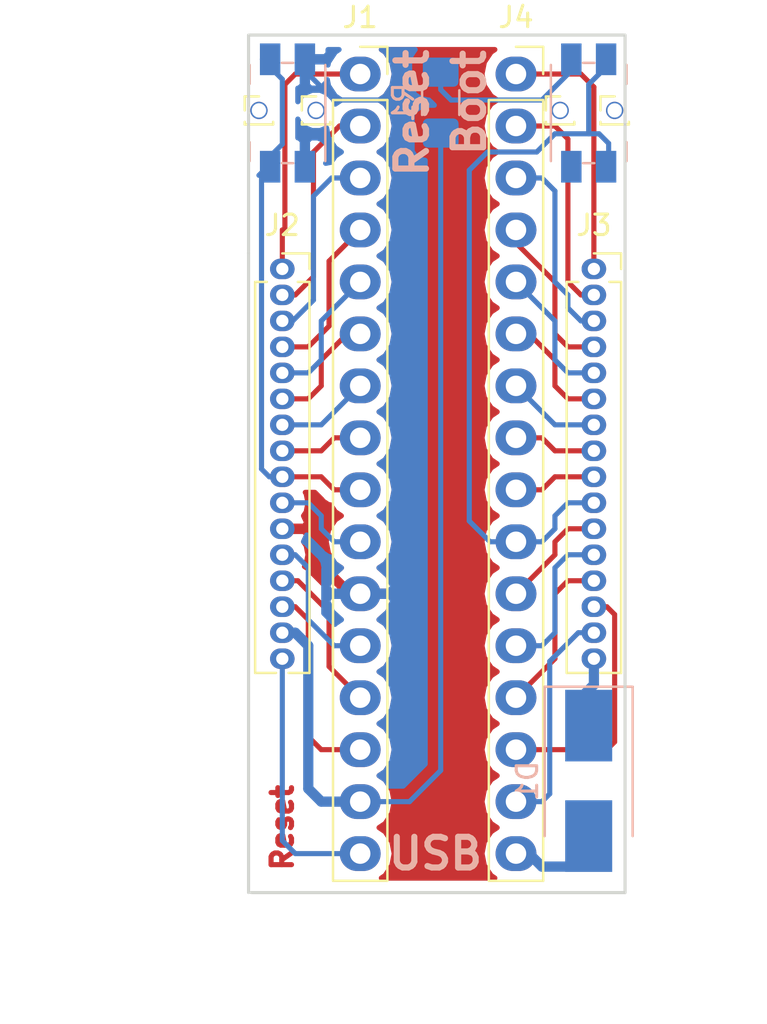
<source format=kicad_pcb>
(kicad_pcb (version 20171130) (host pcbnew 5.0.2+dfsg1-1)

  (general
    (thickness 1.6)
    (drawings 9)
    (tracks 177)
    (zones 0)
    (modules 12)
    (nets 35)
  )

  (page A4)
  (layers
    (0 F.Cu signal)
    (31 B.Cu signal)
    (32 B.Adhes user hide)
    (33 F.Adhes user hide)
    (34 B.Paste user hide)
    (35 F.Paste user hide)
    (36 B.SilkS user)
    (37 F.SilkS user)
    (38 B.Mask user hide)
    (39 F.Mask user hide)
    (40 Dwgs.User user hide)
    (41 Cmts.User user hide)
    (42 Eco1.User user hide)
    (43 Eco2.User user hide)
    (44 Edge.Cuts user)
    (45 Margin user)
    (46 B.CrtYd user)
    (47 F.CrtYd user)
    (48 B.Fab user)
    (49 F.Fab user)
  )

  (setup
    (last_trace_width 0.25)
    (user_trace_width 0.5)
    (trace_clearance 0.2)
    (zone_clearance 0.508)
    (zone_45_only no)
    (trace_min 0.2)
    (segment_width 0.2)
    (edge_width 0.15)
    (via_size 0.8)
    (via_drill 0.4)
    (via_min_size 0.4)
    (via_min_drill 0.3)
    (uvia_size 0.3)
    (uvia_drill 0.1)
    (uvias_allowed no)
    (uvia_min_size 0.2)
    (uvia_min_drill 0.1)
    (pcb_text_width 0.3)
    (pcb_text_size 1.5 1.5)
    (mod_edge_width 0.15)
    (mod_text_size 1 1)
    (mod_text_width 0.15)
    (pad_size 2 1.7)
    (pad_drill 1)
    (pad_to_mask_clearance 0.051)
    (solder_mask_min_width 0.25)
    (aux_axis_origin 0 0)
    (visible_elements FFFFFF7F)
    (pcbplotparams
      (layerselection 0x010fc_ffffffff)
      (usegerberextensions false)
      (usegerberattributes false)
      (usegerberadvancedattributes false)
      (creategerberjobfile false)
      (excludeedgelayer true)
      (linewidth 0.100000)
      (plotframeref false)
      (viasonmask false)
      (mode 1)
      (useauxorigin false)
      (hpglpennumber 1)
      (hpglpenspeed 20)
      (hpglpendiameter 15.000000)
      (psnegative false)
      (psa4output false)
      (plotreference true)
      (plotvalue true)
      (plotinvisibletext false)
      (padsonsilk false)
      (subtractmaskfromsilk false)
      (outputformat 1)
      (mirror false)
      (drillshape 1)
      (scaleselection 1)
      (outputdirectory ""))
  )

  (net 0 "")
  (net 1 "Net-(J1-Pad1)")
  (net 2 "Net-(J1-Pad2)")
  (net 3 "Net-(J1-Pad3)")
  (net 4 "Net-(J1-Pad4)")
  (net 5 "Net-(J1-Pad5)")
  (net 6 "Net-(J1-Pad6)")
  (net 7 "Net-(J1-Pad7)")
  (net 8 "Net-(J1-Pad8)")
  (net 9 "Net-(J1-Pad9)")
  (net 10 "Net-(J1-Pad10)")
  (net 11 "Net-(J1-Pad12)")
  (net 12 "Net-(J1-Pad13)")
  (net 13 "Net-(J1-Pad14)")
  (net 14 "Net-(J1-Pad15)")
  (net 15 "Net-(J1-Pad16)")
  (net 16 "Net-(J3-Pad15)")
  (net 17 "Net-(J3-Pad14)")
  (net 18 "Net-(J3-Pad13)")
  (net 19 "Net-(J3-Pad12)")
  (net 20 "Net-(J3-Pad11)")
  (net 21 "Net-(J3-Pad10)")
  (net 22 "Net-(J3-Pad9)")
  (net 23 "Net-(J3-Pad8)")
  (net 24 "Net-(J3-Pad7)")
  (net 25 "Net-(J3-Pad6)")
  (net 26 "Net-(J3-Pad5)")
  (net 27 "Net-(J3-Pad4)")
  (net 28 "Net-(J3-Pad3)")
  (net 29 "Net-(J3-Pad2)")
  (net 30 "Net-(J3-Pad1)")
  (net 31 GND)
  (net 32 "Net-(D1-Pad1)")
  (net 33 "Net-(D1-Pad2)")
  (net 34 "Net-(R1-Pad1)")

  (net_class Default "Dies ist die voreingestellte Netzklasse."
    (clearance 0.2)
    (trace_width 0.25)
    (via_dia 0.8)
    (via_drill 0.4)
    (uvia_dia 0.3)
    (uvia_drill 0.1)
    (add_net GND)
    (add_net "Net-(D1-Pad1)")
    (add_net "Net-(D1-Pad2)")
    (add_net "Net-(J1-Pad1)")
    (add_net "Net-(J1-Pad10)")
    (add_net "Net-(J1-Pad12)")
    (add_net "Net-(J1-Pad13)")
    (add_net "Net-(J1-Pad14)")
    (add_net "Net-(J1-Pad15)")
    (add_net "Net-(J1-Pad16)")
    (add_net "Net-(J1-Pad2)")
    (add_net "Net-(J1-Pad3)")
    (add_net "Net-(J1-Pad4)")
    (add_net "Net-(J1-Pad5)")
    (add_net "Net-(J1-Pad6)")
    (add_net "Net-(J1-Pad7)")
    (add_net "Net-(J1-Pad8)")
    (add_net "Net-(J1-Pad9)")
    (add_net "Net-(J3-Pad1)")
    (add_net "Net-(J3-Pad10)")
    (add_net "Net-(J3-Pad11)")
    (add_net "Net-(J3-Pad12)")
    (add_net "Net-(J3-Pad13)")
    (add_net "Net-(J3-Pad14)")
    (add_net "Net-(J3-Pad15)")
    (add_net "Net-(J3-Pad2)")
    (add_net "Net-(J3-Pad3)")
    (add_net "Net-(J3-Pad4)")
    (add_net "Net-(J3-Pad5)")
    (add_net "Net-(J3-Pad6)")
    (add_net "Net-(J3-Pad7)")
    (add_net "Net-(J3-Pad8)")
    (add_net "Net-(J3-Pad9)")
    (add_net "Net-(R1-Pad1)")
  )

  (module Connector_PinHeader_1.00mm:PinHeader_1x01_P1.00mm_Vertical (layer F.Cu) (tedit 5DAD9205) (tstamp 5DBC266E)
    (at 130.937 91.313)
    (descr "Through hole straight pin header, 1x01, 1.00mm pitch, single row")
    (tags "Through hole pin header THT 1x01 1.00mm single row")
    (fp_text reference REF** (at 0 -1.56) (layer F.SilkS) hide
      (effects (font (size 1 1) (thickness 0.15)))
    )
    (fp_text value PinHeader_1x01_P1.00mm_Vertical (at 0 1.56) (layer F.Fab) hide
      (effects (font (size 1 1) (thickness 0.15)))
    )
    (fp_line (start -0.3175 -0.5) (end 0.635 -0.5) (layer F.Fab) (width 0.1))
    (fp_line (start 0.635 -0.5) (end 0.635 0.5) (layer F.Fab) (width 0.1))
    (fp_line (start 0.635 0.5) (end -0.635 0.5) (layer F.Fab) (width 0.1))
    (fp_line (start -0.635 0.5) (end -0.635 -0.1825) (layer F.Fab) (width 0.1))
    (fp_line (start -0.635 -0.1825) (end -0.3175 -0.5) (layer F.Fab) (width 0.1))
    (fp_line (start -0.695 0.685) (end 0.695 0.685) (layer F.SilkS) (width 0.12))
    (fp_line (start -0.695 0.685) (end -0.695 0.56) (layer F.SilkS) (width 0.12))
    (fp_line (start 0.695 0.685) (end 0.695 0.56) (layer F.SilkS) (width 0.12))
    (fp_line (start -0.695 0.685) (end -0.608276 0.685) (layer F.SilkS) (width 0.12))
    (fp_line (start 0.608276 0.685) (end 0.695 0.685) (layer F.SilkS) (width 0.12))
    (fp_line (start -0.695 0) (end -0.695 -0.685) (layer F.SilkS) (width 0.12))
    (fp_line (start -0.695 -0.685) (end 0 -0.685) (layer F.SilkS) (width 0.12))
    (fp_line (start -1.15 -1) (end -1.15 1) (layer F.CrtYd) (width 0.05))
    (fp_line (start -1.15 1) (end 1.15 1) (layer F.CrtYd) (width 0.05))
    (fp_line (start 1.15 1) (end 1.15 -1) (layer F.CrtYd) (width 0.05))
    (fp_line (start 1.15 -1) (end -1.15 -1) (layer F.CrtYd) (width 0.05))
    (fp_text user %R (at 0 0 90) (layer F.Fab) hide
      (effects (font (size 0.76 0.76) (thickness 0.114)))
    )
    (pad 1 thru_hole circle (at 0 0) (size 0.85 0.85) (drill 0.7) (layers *.Mask F.Cu))
    (model ${KISYS3DMOD}/Connector_PinHeader_1.00mm.3dshapes/PinHeader_1x01_P1.00mm_Vertical.wrl
      (at (xyz 0 0 0))
      (scale (xyz 1 1 1))
      (rotate (xyz 0 0 0))
    )
  )

  (module Connector_PinHeader_1.00mm:PinHeader_1x01_P1.00mm_Vertical (layer F.Cu) (tedit 5DAD9215) (tstamp 5DBC2319)
    (at 133.731 91.313)
    (descr "Through hole straight pin header, 1x01, 1.00mm pitch, single row")
    (tags "Through hole pin header THT 1x01 1.00mm single row")
    (fp_text reference REF** (at 0 -1.56) (layer F.SilkS) hide
      (effects (font (size 1 1) (thickness 0.15)))
    )
    (fp_text value PinHeader_1x01_P1.00mm_Vertical (at 0 1.56) (layer F.Fab) hide
      (effects (font (size 1 1) (thickness 0.15)))
    )
    (fp_text user %R (at 0 0 90) (layer F.Fab) hide
      (effects (font (size 0.76 0.76) (thickness 0.114)))
    )
    (fp_line (start 1.15 -1) (end -1.15 -1) (layer F.CrtYd) (width 0.05))
    (fp_line (start 1.15 1) (end 1.15 -1) (layer F.CrtYd) (width 0.05))
    (fp_line (start -1.15 1) (end 1.15 1) (layer F.CrtYd) (width 0.05))
    (fp_line (start -1.15 -1) (end -1.15 1) (layer F.CrtYd) (width 0.05))
    (fp_line (start -0.695 -0.685) (end 0 -0.685) (layer F.SilkS) (width 0.12))
    (fp_line (start -0.695 0) (end -0.695 -0.685) (layer F.SilkS) (width 0.12))
    (fp_line (start 0.608276 0.685) (end 0.695 0.685) (layer F.SilkS) (width 0.12))
    (fp_line (start -0.695 0.685) (end -0.608276 0.685) (layer F.SilkS) (width 0.12))
    (fp_line (start 0.695 0.685) (end 0.695 0.56) (layer F.SilkS) (width 0.12))
    (fp_line (start -0.695 0.685) (end -0.695 0.56) (layer F.SilkS) (width 0.12))
    (fp_line (start -0.695 0.685) (end 0.695 0.685) (layer F.SilkS) (width 0.12))
    (fp_line (start -0.635 -0.1825) (end -0.3175 -0.5) (layer F.Fab) (width 0.1))
    (fp_line (start -0.635 0.5) (end -0.635 -0.1825) (layer F.Fab) (width 0.1))
    (fp_line (start 0.635 0.5) (end -0.635 0.5) (layer F.Fab) (width 0.1))
    (fp_line (start 0.635 -0.5) (end 0.635 0.5) (layer F.Fab) (width 0.1))
    (fp_line (start -0.3175 -0.5) (end 0.635 -0.5) (layer F.Fab) (width 0.1))
    (pad 1 thru_hole circle (at 0 0) (size 0.85 0.85) (drill 0.7) (layers *.Mask F.Cu))
    (model ${KISYS3DMOD}/Connector_PinHeader_1.00mm.3dshapes/PinHeader_1x01_P1.00mm_Vertical.wrl
      (at (xyz 0 0 0))
      (scale (xyz 1 1 1))
      (rotate (xyz 0 0 0))
    )
  )

  (module Connector_PinHeader_1.00mm:PinHeader_1x01_P1.00mm_Vertical (layer F.Cu) (tedit 5DAD9222) (tstamp 5DBC20FE)
    (at 145.669 91.313)
    (descr "Through hole straight pin header, 1x01, 1.00mm pitch, single row")
    (tags "Through hole pin header THT 1x01 1.00mm single row")
    (fp_text reference REF** (at 0 -1.56) (layer F.SilkS) hide
      (effects (font (size 1 1) (thickness 0.15)))
    )
    (fp_text value PinHeader_1x01_P1.00mm_Vertical (at 0 1.56) (layer F.Fab) hide
      (effects (font (size 1 1) (thickness 0.15)))
    )
    (fp_line (start -0.3175 -0.5) (end 0.635 -0.5) (layer F.Fab) (width 0.1))
    (fp_line (start 0.635 -0.5) (end 0.635 0.5) (layer F.Fab) (width 0.1))
    (fp_line (start 0.635 0.5) (end -0.635 0.5) (layer F.Fab) (width 0.1))
    (fp_line (start -0.635 0.5) (end -0.635 -0.1825) (layer F.Fab) (width 0.1))
    (fp_line (start -0.635 -0.1825) (end -0.3175 -0.5) (layer F.Fab) (width 0.1))
    (fp_line (start -0.695 0.685) (end 0.695 0.685) (layer F.SilkS) (width 0.12))
    (fp_line (start -0.695 0.685) (end -0.695 0.56) (layer F.SilkS) (width 0.12))
    (fp_line (start 0.695 0.685) (end 0.695 0.56) (layer F.SilkS) (width 0.12))
    (fp_line (start -0.695 0.685) (end -0.608276 0.685) (layer F.SilkS) (width 0.12))
    (fp_line (start 0.608276 0.685) (end 0.695 0.685) (layer F.SilkS) (width 0.12))
    (fp_line (start -0.695 0) (end -0.695 -0.685) (layer F.SilkS) (width 0.12))
    (fp_line (start -0.695 -0.685) (end 0 -0.685) (layer F.SilkS) (width 0.12))
    (fp_line (start -1.15 -1) (end -1.15 1) (layer F.CrtYd) (width 0.05))
    (fp_line (start -1.15 1) (end 1.15 1) (layer F.CrtYd) (width 0.05))
    (fp_line (start 1.15 1) (end 1.15 -1) (layer F.CrtYd) (width 0.05))
    (fp_line (start 1.15 -1) (end -1.15 -1) (layer F.CrtYd) (width 0.05))
    (fp_text user %R (at 0 0 90) (layer F.Fab) hide
      (effects (font (size 0.76 0.76) (thickness 0.114)))
    )
    (pad 1 thru_hole circle (at 0 0) (size 0.85 0.85) (drill 0.7) (layers *.Mask F.Cu))
    (model ${KISYS3DMOD}/Connector_PinHeader_1.00mm.3dshapes/PinHeader_1x01_P1.00mm_Vertical.wrl
      (at (xyz 0 0 0))
      (scale (xyz 1 1 1))
      (rotate (xyz 0 0 0))
    )
  )

  (module Diode_SMD:D_SMB_Handsoldering (layer B.Cu) (tedit 590B3D55) (tstamp 5DAC2ACC)
    (at 147.066 124.079 270)
    (descr "Diode SMB (DO-214AA) Handsoldering")
    (tags "Diode SMB (DO-214AA) Handsoldering")
    (path /5D01EE87)
    (attr smd)
    (fp_text reference D1 (at 0 3 270) (layer B.SilkS)
      (effects (font (size 1 1) (thickness 0.15)) (justify mirror))
    )
    (fp_text value 1N5817 (at 0 -3 270) (layer B.Fab)
      (effects (font (size 1 1) (thickness 0.15)) (justify mirror))
    )
    (fp_text user %R (at 0 3 270) (layer B.Fab)
      (effects (font (size 1 1) (thickness 0.15)) (justify mirror))
    )
    (fp_line (start -4.6 2.15) (end -4.6 -2.15) (layer B.SilkS) (width 0.12))
    (fp_line (start 2.3 -2) (end -2.3 -2) (layer B.Fab) (width 0.1))
    (fp_line (start -2.3 -2) (end -2.3 2) (layer B.Fab) (width 0.1))
    (fp_line (start 2.3 2) (end 2.3 -2) (layer B.Fab) (width 0.1))
    (fp_line (start 2.3 2) (end -2.3 2) (layer B.Fab) (width 0.1))
    (fp_line (start -4.7 2.25) (end 4.7 2.25) (layer B.CrtYd) (width 0.05))
    (fp_line (start 4.7 2.25) (end 4.7 -2.25) (layer B.CrtYd) (width 0.05))
    (fp_line (start 4.7 -2.25) (end -4.7 -2.25) (layer B.CrtYd) (width 0.05))
    (fp_line (start -4.7 -2.25) (end -4.7 2.25) (layer B.CrtYd) (width 0.05))
    (fp_line (start -0.64944 -0.00102) (end -1.55114 -0.00102) (layer B.Fab) (width 0.1))
    (fp_line (start 0.50118 -0.00102) (end 1.4994 -0.00102) (layer B.Fab) (width 0.1))
    (fp_line (start -0.64944 0.79908) (end -0.64944 -0.80112) (layer B.Fab) (width 0.1))
    (fp_line (start 0.50118 -0.75032) (end 0.50118 0.79908) (layer B.Fab) (width 0.1))
    (fp_line (start -0.64944 -0.00102) (end 0.50118 -0.75032) (layer B.Fab) (width 0.1))
    (fp_line (start -0.64944 -0.00102) (end 0.50118 0.79908) (layer B.Fab) (width 0.1))
    (fp_line (start -4.6 -2.15) (end 2.7 -2.15) (layer B.SilkS) (width 0.12))
    (fp_line (start -4.6 2.15) (end 2.7 2.15) (layer B.SilkS) (width 0.12))
    (pad 1 smd rect (at -2.7 0 270) (size 3.5 2.3) (layers B.Cu B.Paste B.Mask)
      (net 32 "Net-(D1-Pad1)"))
    (pad 2 smd rect (at 2.7 0 270) (size 3.5 2.3) (layers B.Cu B.Paste B.Mask)
      (net 33 "Net-(D1-Pad2)"))
    (model ${KISYS3DMOD}/Diode_SMD.3dshapes/D_SMB.wrl
      (at (xyz 0 0 0))
      (scale (xyz 1 1 1))
      (rotate (xyz 0 0 0))
    )
  )

  (module Connector_PinSocket_2.54mm:PinSocket_1x16_P2.54mm_Vertical (layer F.Cu) (tedit 5DAD965B) (tstamp 5D05CF20)
    (at 143.51 89.535)
    (descr "Through hole straight socket strip, 1x16, 2.54mm pitch, single row (from Kicad 4.0.7), script generated")
    (tags "Through hole socket strip THT 1x16 2.54mm single row")
    (path /5D045E3C)
    (fp_text reference J4 (at 0 -2.77) (layer F.SilkS)
      (effects (font (size 1 1) (thickness 0.15)))
    )
    (fp_text value "Socket Strip 0.1\"" (at 5.588 45.593) (layer F.Fab)
      (effects (font (size 1 1) (thickness 0.15)))
    )
    (fp_text user %R (at 0 19.05 90) (layer F.Fab)
      (effects (font (size 1 1) (thickness 0.15)))
    )
    (fp_line (start -1.8 39.9) (end -1.8 -1.8) (layer F.CrtYd) (width 0.05))
    (fp_line (start 1.75 39.9) (end -1.8 39.9) (layer F.CrtYd) (width 0.05))
    (fp_line (start 1.75 -1.8) (end 1.75 39.9) (layer F.CrtYd) (width 0.05))
    (fp_line (start -1.8 -1.8) (end 1.75 -1.8) (layer F.CrtYd) (width 0.05))
    (fp_line (start 0 -1.33) (end 1.33 -1.33) (layer F.SilkS) (width 0.12))
    (fp_line (start 1.33 -1.33) (end 1.33 0) (layer F.SilkS) (width 0.12))
    (fp_line (start 1.33 1.27) (end 1.33 39.43) (layer F.SilkS) (width 0.12))
    (fp_line (start -1.33 39.43) (end 1.33 39.43) (layer F.SilkS) (width 0.12))
    (fp_line (start -1.33 1.27) (end -1.33 39.43) (layer F.SilkS) (width 0.12))
    (fp_line (start -1.33 1.27) (end 1.33 1.27) (layer F.SilkS) (width 0.12))
    (fp_line (start -1.27 39.37) (end -1.27 -1.27) (layer F.Fab) (width 0.1))
    (fp_line (start 1.27 39.37) (end -1.27 39.37) (layer F.Fab) (width 0.1))
    (fp_line (start 1.27 -0.635) (end 1.27 39.37) (layer F.Fab) (width 0.1))
    (fp_line (start 0.635 -1.27) (end 1.27 -0.635) (layer F.Fab) (width 0.1))
    (fp_line (start -1.27 -1.27) (end 0.635 -1.27) (layer F.Fab) (width 0.1))
    (pad 16 thru_hole oval (at 0 38.1) (size 2 1.7) (drill 1) (layers *.Cu *.Mask)
      (net 33 "Net-(D1-Pad2)"))
    (pad 15 thru_hole oval (at 0 35.56) (size 2 1.7) (drill 1) (layers *.Cu *.Mask)
      (net 16 "Net-(J3-Pad15)"))
    (pad 14 thru_hole oval (at 0 33.02) (size 2 1.7) (drill 1) (layers *.Cu *.Mask)
      (net 17 "Net-(J3-Pad14)"))
    (pad 13 thru_hole oval (at 0 30.48) (size 2 1.7) (drill 1) (layers *.Cu *.Mask)
      (net 18 "Net-(J3-Pad13)"))
    (pad 12 thru_hole oval (at 0 27.94) (size 2 1.7) (drill 1) (layers *.Cu *.Mask)
      (net 19 "Net-(J3-Pad12)"))
    (pad 11 thru_hole oval (at 0 25.4) (size 2 1.7) (drill 1) (layers *.Cu *.Mask)
      (net 20 "Net-(J3-Pad11)"))
    (pad 10 thru_hole oval (at 0 22.86) (size 2 1.7) (drill 1) (layers *.Cu *.Mask)
      (net 21 "Net-(J3-Pad10)"))
    (pad 9 thru_hole oval (at 0 20.32) (size 2 1.7) (drill 1) (layers *.Cu *.Mask)
      (net 22 "Net-(J3-Pad9)"))
    (pad 8 thru_hole oval (at 0 17.78) (size 2 1.7) (drill 1) (layers *.Cu *.Mask)
      (net 23 "Net-(J3-Pad8)"))
    (pad 7 thru_hole oval (at 0 15.24) (size 2 1.7) (drill 1) (layers *.Cu *.Mask)
      (net 24 "Net-(J3-Pad7)"))
    (pad 6 thru_hole oval (at 0 12.7) (size 2 1.7) (drill 1) (layers *.Cu *.Mask)
      (net 25 "Net-(J3-Pad6)"))
    (pad 5 thru_hole oval (at 0 10.16) (size 2 1.7) (drill 1) (layers *.Cu *.Mask)
      (net 26 "Net-(J3-Pad5)"))
    (pad 4 thru_hole oval (at 0 7.62) (size 2 1.7) (drill 1) (layers *.Cu *.Mask)
      (net 27 "Net-(J3-Pad4)"))
    (pad 3 thru_hole oval (at 0 5.08) (size 2 1.7) (drill 1) (layers *.Cu *.Mask)
      (net 28 "Net-(J3-Pad3)"))
    (pad 2 thru_hole oval (at 0 2.54) (size 2 1.7) (drill 1) (layers *.Cu *.Mask)
      (net 29 "Net-(J3-Pad2)"))
    (pad 1 thru_hole oval (at 0 0) (size 2 1.7) (drill 1) (layers *.Cu *.Mask)
      (net 30 "Net-(J3-Pad1)"))
    (model ${KISYS3DMOD}/Connector_PinSocket_2.54mm.3dshapes/PinSocket_1x16_P2.54mm_Vertical.wrl
      (at (xyz 0 0 0))
      (scale (xyz 1 1 1))
      (rotate (xyz 0 0 0))
    )
  )

  (module Connector_PinSocket_1.27mm:PinSocket_1x16_P1.27mm_Vertical (layer F.Cu) (tedit 5DAD94EE) (tstamp 5D05CEFC)
    (at 147.32 99.06)
    (descr "Through hole straight socket strip, 1x16, 1.27mm pitch, single row (from Kicad 4.0.7), script generated")
    (tags "Through hole socket strip THT 1x16 1.27mm single row")
    (path /5D045EAA)
    (fp_text reference J3 (at 0 -2.135) (layer F.SilkS)
      (effects (font (size 1 1) (thickness 0.15)))
    )
    (fp_text value "Socket Strip 0.05\"" (at 0 21.185) (layer F.Fab) hide
      (effects (font (size 1 1) (thickness 0.15)))
    )
    (fp_text user %R (at 0 9.525 90) (layer F.Fab)
      (effects (font (size 1 1) (thickness 0.15)))
    )
    (fp_line (start -1.8 20.2) (end -1.8 -1.15) (layer F.CrtYd) (width 0.05))
    (fp_line (start 1.75 20.2) (end -1.8 20.2) (layer F.CrtYd) (width 0.05))
    (fp_line (start 1.75 -1.15) (end 1.75 20.2) (layer F.CrtYd) (width 0.05))
    (fp_line (start -1.8 -1.15) (end 1.75 -1.15) (layer F.CrtYd) (width 0.05))
    (fp_line (start 0 -0.76) (end 1.33 -0.76) (layer F.SilkS) (width 0.12))
    (fp_line (start 1.33 -0.76) (end 1.33 0) (layer F.SilkS) (width 0.12))
    (fp_line (start 1.33 0.635) (end 1.33 19.745) (layer F.SilkS) (width 0.12))
    (fp_line (start 0.30753 19.745) (end 1.33 19.745) (layer F.SilkS) (width 0.12))
    (fp_line (start -1.33 19.745) (end -0.30753 19.745) (layer F.SilkS) (width 0.12))
    (fp_line (start -1.33 0.635) (end -1.33 19.745) (layer F.SilkS) (width 0.12))
    (fp_line (start 0.76 0.635) (end 1.33 0.635) (layer F.SilkS) (width 0.12))
    (fp_line (start -1.33 0.635) (end -0.76 0.635) (layer F.SilkS) (width 0.12))
    (fp_line (start -1.27 19.685) (end -1.27 -0.635) (layer F.Fab) (width 0.1))
    (fp_line (start 1.27 19.685) (end -1.27 19.685) (layer F.Fab) (width 0.1))
    (fp_line (start 1.27 0) (end 1.27 19.685) (layer F.Fab) (width 0.1))
    (fp_line (start 0.635 -0.635) (end 1.27 0) (layer F.Fab) (width 0.1))
    (fp_line (start -1.27 -0.635) (end 0.635 -0.635) (layer F.Fab) (width 0.1))
    (pad 16 thru_hole oval (at 0 19.05) (size 1.2 1) (drill 0.6) (layers *.Cu *.Mask)
      (net 32 "Net-(D1-Pad1)"))
    (pad 15 thru_hole oval (at 0 17.78) (size 1.2 1) (drill 0.6) (layers *.Cu *.Mask)
      (net 16 "Net-(J3-Pad15)"))
    (pad 14 thru_hole oval (at 0 16.51) (size 1.2 1) (drill 0.6) (layers *.Cu *.Mask)
      (net 17 "Net-(J3-Pad14)"))
    (pad 13 thru_hole oval (at 0 15.24) (size 1.2 1) (drill 0.6) (layers *.Cu *.Mask)
      (net 18 "Net-(J3-Pad13)"))
    (pad 12 thru_hole oval (at 0 13.97) (size 1.2 1) (drill 0.6) (layers *.Cu *.Mask)
      (net 19 "Net-(J3-Pad12)"))
    (pad 11 thru_hole oval (at 0 12.7) (size 1.2 1) (drill 0.6) (layers *.Cu *.Mask)
      (net 20 "Net-(J3-Pad11)"))
    (pad 10 thru_hole oval (at 0 11.43) (size 1.2 1) (drill 0.6) (layers *.Cu *.Mask)
      (net 21 "Net-(J3-Pad10)"))
    (pad 9 thru_hole oval (at 0 10.16) (size 1.2 1) (drill 0.6) (layers *.Cu *.Mask)
      (net 22 "Net-(J3-Pad9)"))
    (pad 8 thru_hole oval (at 0 8.89) (size 1.2 1) (drill 0.6) (layers *.Cu *.Mask)
      (net 23 "Net-(J3-Pad8)"))
    (pad 7 thru_hole oval (at 0 7.62) (size 1.2 1) (drill 0.6) (layers *.Cu *.Mask)
      (net 24 "Net-(J3-Pad7)"))
    (pad 6 thru_hole oval (at 0 6.35) (size 1.2 1) (drill 0.6) (layers *.Cu *.Mask)
      (net 25 "Net-(J3-Pad6)"))
    (pad 5 thru_hole oval (at 0 5.08) (size 1.2 1) (drill 0.6) (layers *.Cu *.Mask)
      (net 26 "Net-(J3-Pad5)"))
    (pad 4 thru_hole oval (at 0 3.81) (size 1.2 1) (drill 0.6) (layers *.Cu *.Mask)
      (net 27 "Net-(J3-Pad4)"))
    (pad 3 thru_hole oval (at 0 2.54) (size 1.2 1) (drill 0.6) (layers *.Cu *.Mask)
      (net 28 "Net-(J3-Pad3)"))
    (pad 2 thru_hole oval (at 0 1.27) (size 1.2 1) (drill 0.6) (layers *.Cu *.Mask)
      (net 29 "Net-(J3-Pad2)"))
    (pad 1 thru_hole oval (at 0 0) (size 1.2 1) (drill 0.6) (layers *.Cu *.Mask)
      (net 30 "Net-(J3-Pad1)"))
    (model ${KISYS3DMOD}/Connector_PinSocket_1.27mm.3dshapes/PinSocket_1x16_P1.27mm_Vertical.wrl
      (at (xyz 0 0 0))
      (scale (xyz 1 1 1))
      (rotate (xyz 0 0 0))
    )
  )

  (module Connector_PinSocket_2.54mm:PinSocket_1x16_P2.54mm_Vertical (layer F.Cu) (tedit 5D05E0B9) (tstamp 5D05CEB0)
    (at 135.89 89.535)
    (descr "Through hole straight socket strip, 1x16, 2.54mm pitch, single row (from Kicad 4.0.7), script generated")
    (tags "Through hole socket strip THT 1x16 2.54mm single row")
    (path /5D045DB6)
    (fp_text reference J1 (at 0 -2.77) (layer F.SilkS)
      (effects (font (size 1 1) (thickness 0.15)))
    )
    (fp_text value "Socket Strip 0.1\"" (at -10.922 44.831) (layer F.Fab)
      (effects (font (size 1 1) (thickness 0.15)))
    )
    (fp_line (start -1.27 -1.27) (end 0.635 -1.27) (layer F.Fab) (width 0.1))
    (fp_line (start 0.635 -1.27) (end 1.27 -0.635) (layer F.Fab) (width 0.1))
    (fp_line (start 1.27 -0.635) (end 1.27 39.37) (layer F.Fab) (width 0.1))
    (fp_line (start 1.27 39.37) (end -1.27 39.37) (layer F.Fab) (width 0.1))
    (fp_line (start -1.27 39.37) (end -1.27 -1.27) (layer F.Fab) (width 0.1))
    (fp_line (start -1.33 1.27) (end 1.33 1.27) (layer F.SilkS) (width 0.12))
    (fp_line (start -1.33 1.27) (end -1.33 39.43) (layer F.SilkS) (width 0.12))
    (fp_line (start -1.33 39.43) (end 1.33 39.43) (layer F.SilkS) (width 0.12))
    (fp_line (start 1.33 1.27) (end 1.33 39.43) (layer F.SilkS) (width 0.12))
    (fp_line (start 1.33 -1.33) (end 1.33 0) (layer F.SilkS) (width 0.12))
    (fp_line (start 0 -1.33) (end 1.33 -1.33) (layer F.SilkS) (width 0.12))
    (fp_line (start -1.8 -1.8) (end 1.75 -1.8) (layer F.CrtYd) (width 0.05))
    (fp_line (start 1.75 -1.8) (end 1.75 39.9) (layer F.CrtYd) (width 0.05))
    (fp_line (start 1.75 39.9) (end -1.8 39.9) (layer F.CrtYd) (width 0.05))
    (fp_line (start -1.8 39.9) (end -1.8 -1.8) (layer F.CrtYd) (width 0.05))
    (fp_text user %R (at 0 19.05 90) (layer F.Fab)
      (effects (font (size 1 1) (thickness 0.15)))
    )
    (pad 1 thru_hole oval (at 0 0) (size 2 1.7) (drill 1) (layers *.Cu *.Mask)
      (net 1 "Net-(J1-Pad1)"))
    (pad 2 thru_hole oval (at 0 2.54) (size 2 1.7) (drill 1) (layers *.Cu *.Mask)
      (net 2 "Net-(J1-Pad2)"))
    (pad 3 thru_hole oval (at 0 5.08) (size 2 1.7) (drill 1) (layers *.Cu *.Mask)
      (net 3 "Net-(J1-Pad3)"))
    (pad 4 thru_hole oval (at 0 7.62) (size 2 1.7) (drill 1) (layers *.Cu *.Mask)
      (net 4 "Net-(J1-Pad4)"))
    (pad 5 thru_hole oval (at 0 10.16) (size 2 1.7) (drill 1) (layers *.Cu *.Mask)
      (net 5 "Net-(J1-Pad5)"))
    (pad 6 thru_hole oval (at 0 12.7) (size 2 1.7) (drill 1) (layers *.Cu *.Mask)
      (net 6 "Net-(J1-Pad6)"))
    (pad 7 thru_hole oval (at 0 15.24) (size 2 1.7) (drill 1) (layers *.Cu *.Mask)
      (net 7 "Net-(J1-Pad7)"))
    (pad 8 thru_hole oval (at 0 17.78) (size 2 1.7) (drill 1) (layers *.Cu *.Mask)
      (net 8 "Net-(J1-Pad8)"))
    (pad 9 thru_hole oval (at 0 20.32) (size 2 1.7) (drill 1) (layers *.Cu *.Mask)
      (net 9 "Net-(J1-Pad9)"))
    (pad 10 thru_hole oval (at 0 22.86) (size 2 1.7) (drill 1) (layers *.Cu *.Mask)
      (net 10 "Net-(J1-Pad10)"))
    (pad 11 thru_hole oval (at 0 25.4) (size 2 1.7) (drill 1) (layers *.Cu *.Mask)
      (net 31 GND))
    (pad 12 thru_hole oval (at 0 27.94) (size 2 1.7) (drill 1) (layers *.Cu *.Mask)
      (net 11 "Net-(J1-Pad12)"))
    (pad 13 thru_hole oval (at 0 30.48) (size 2 1.7) (drill 1) (layers *.Cu *.Mask)
      (net 12 "Net-(J1-Pad13)"))
    (pad 14 thru_hole oval (at 0 33.02) (size 2 1.7) (drill 1) (layers *.Cu *.Mask)
      (net 13 "Net-(J1-Pad14)"))
    (pad 15 thru_hole oval (at 0 35.56) (size 2 1.7) (drill 1) (layers *.Cu *.Mask)
      (net 14 "Net-(J1-Pad15)"))
    (pad 16 thru_hole oval (at 0 38.1) (size 2 1.7) (drill 1) (layers *.Cu *.Mask)
      (net 15 "Net-(J1-Pad16)"))
    (model ${KISYS3DMOD}/Connector_PinSocket_2.54mm.3dshapes/PinSocket_1x16_P2.54mm_Vertical.wrl
      (at (xyz 0 0 0))
      (scale (xyz 1 1 1))
      (rotate (xyz 0 0 0))
    )
  )

  (module Connector_PinSocket_1.27mm:PinSocket_1x16_P1.27mm_Vertical (layer F.Cu) (tedit 5DA56686) (tstamp 5D05CED6)
    (at 132.08 99.06)
    (descr "Through hole straight socket strip, 1x16, 1.27mm pitch, single row (from Kicad 4.0.7), script generated")
    (tags "Through hole socket strip THT 1x16 1.27mm single row")
    (path /5D045D08)
    (fp_text reference J2 (at 0 -2.135) (layer F.SilkS)
      (effects (font (size 1 1) (thickness 0.15)))
    )
    (fp_text value "Socket Strip 0.05\"" (at -11.176 -3.556) (layer F.Fab) hide
      (effects (font (size 1 1) (thickness 0.15)))
    )
    (fp_line (start -1.27 -0.635) (end 0.635 -0.635) (layer F.Fab) (width 0.1))
    (fp_line (start 0.635 -0.635) (end 1.27 0) (layer F.Fab) (width 0.1))
    (fp_line (start 1.27 0) (end 1.27 19.685) (layer F.Fab) (width 0.1))
    (fp_line (start 1.27 19.685) (end -1.27 19.685) (layer F.Fab) (width 0.1))
    (fp_line (start -1.27 19.685) (end -1.27 -0.635) (layer F.Fab) (width 0.1))
    (fp_line (start -1.33 0.635) (end -0.76 0.635) (layer F.SilkS) (width 0.12))
    (fp_line (start 0.76 0.635) (end 1.33 0.635) (layer F.SilkS) (width 0.12))
    (fp_line (start -1.33 0.635) (end -1.33 19.745) (layer F.SilkS) (width 0.12))
    (fp_line (start -1.33 19.745) (end -0.30753 19.745) (layer F.SilkS) (width 0.12))
    (fp_line (start 0.30753 19.745) (end 1.33 19.745) (layer F.SilkS) (width 0.12))
    (fp_line (start 1.33 0.635) (end 1.33 19.745) (layer F.SilkS) (width 0.12))
    (fp_line (start 1.33 -0.76) (end 1.33 0) (layer F.SilkS) (width 0.12))
    (fp_line (start 0 -0.76) (end 1.33 -0.76) (layer F.SilkS) (width 0.12))
    (fp_line (start -1.8 -1.15) (end 1.75 -1.15) (layer F.CrtYd) (width 0.05))
    (fp_line (start 1.75 -1.15) (end 1.75 20.2) (layer F.CrtYd) (width 0.05))
    (fp_line (start 1.75 20.2) (end -1.8 20.2) (layer F.CrtYd) (width 0.05))
    (fp_line (start -1.8 20.2) (end -1.8 -1.15) (layer F.CrtYd) (width 0.05))
    (fp_text user %R (at 0 9.525 90) (layer F.Fab)
      (effects (font (size 1 1) (thickness 0.15)))
    )
    (pad 1 thru_hole oval (at 0 0) (size 1.2 1) (drill 0.6) (layers *.Cu *.Mask)
      (net 1 "Net-(J1-Pad1)"))
    (pad 2 thru_hole oval (at 0 1.27) (size 1.2 1) (drill 0.6) (layers *.Cu *.Mask)
      (net 2 "Net-(J1-Pad2)"))
    (pad 3 thru_hole oval (at 0 2.54) (size 1.2 1) (drill 0.6) (layers *.Cu *.Mask)
      (net 3 "Net-(J1-Pad3)"))
    (pad 4 thru_hole oval (at 0 3.81) (size 1.2 1) (drill 0.6) (layers *.Cu *.Mask)
      (net 4 "Net-(J1-Pad4)"))
    (pad 5 thru_hole oval (at 0 5.08) (size 1.2 1) (drill 0.6) (layers *.Cu *.Mask)
      (net 5 "Net-(J1-Pad5)"))
    (pad 6 thru_hole oval (at 0 6.35) (size 1.2 1) (drill 0.6) (layers *.Cu *.Mask)
      (net 6 "Net-(J1-Pad6)"))
    (pad 7 thru_hole oval (at 0 7.62) (size 1.2 1) (drill 0.6) (layers *.Cu *.Mask)
      (net 7 "Net-(J1-Pad7)"))
    (pad 8 thru_hole oval (at 0 8.89) (size 1.2 1) (drill 0.6) (layers *.Cu *.Mask)
      (net 8 "Net-(J1-Pad8)"))
    (pad 9 thru_hole oval (at 0 10.16) (size 1.2 1) (drill 0.6) (layers *.Cu *.Mask)
      (net 9 "Net-(J1-Pad9)"))
    (pad 10 thru_hole oval (at 0 11.43) (size 1.2 1) (drill 0.6) (layers *.Cu *.Mask)
      (net 10 "Net-(J1-Pad10)"))
    (pad 11 thru_hole oval (at 0 12.7) (size 1.2 1) (drill 0.6) (layers *.Cu *.Mask)
      (net 31 GND))
    (pad 12 thru_hole oval (at 0 13.97) (size 1.2 1) (drill 0.6) (layers *.Cu *.Mask)
      (net 11 "Net-(J1-Pad12)"))
    (pad 13 thru_hole oval (at 0 15.24) (size 1.2 1) (drill 0.6) (layers *.Cu *.Mask)
      (net 12 "Net-(J1-Pad13)"))
    (pad 14 thru_hole oval (at 0 16.51) (size 1.2 1) (drill 0.6) (layers *.Cu *.Mask)
      (net 13 "Net-(J1-Pad14)"))
    (pad 15 thru_hole oval (at 0 17.78) (size 1.2 1) (drill 0.6) (layers *.Cu *.Mask)
      (net 14 "Net-(J1-Pad15)"))
    (pad 16 thru_hole oval (at 0 19.05) (size 1.2 1) (drill 0.6) (layers *.Cu *.Mask)
      (net 15 "Net-(J1-Pad16)"))
    (model ${KISYS3DMOD}/Connector_PinSocket_1.27mm.3dshapes/PinSocket_1x16_P1.27mm_Vertical.wrl
      (at (xyz 0 0 0))
      (scale (xyz 1 1 1))
      (rotate (xyz 0 0 0))
    )
  )

  (module Button_Switch_SMD:Panasonic_EVQPUJ_EVQPUA (layer B.Cu) (tedit 5DA5679A) (tstamp 5DA504B8)
    (at 132.334 91.44 270)
    (descr http://industrial.panasonic.com/cdbs/www-data/pdf/ATV0000/ATV0000CE5.pdf)
    (tags "SMD SMT SPST EVQPUJ EVQPUA")
    (path /5DA4CB73)
    (attr smd)
    (fp_text reference SW1 (at 0 4.5 270) (layer B.SilkS) hide
      (effects (font (size 1 1) (thickness 0.15)) (justify mirror))
    )
    (fp_text value Reset (at 0 -3.5 270) (layer B.Fab)
      (effects (font (size 1 1) (thickness 0.15)) (justify mirror))
    )
    (fp_text user %R (at 0 0 270) (layer B.Fab)
      (effects (font (size 1 1) (thickness 0.15)) (justify mirror))
    )
    (fp_line (start 3.9 -2.25) (end 3.9 3.25) (layer B.CrtYd) (width 0.05))
    (fp_line (start 2.35 1.85) (end 1.425 1.85) (layer B.SilkS) (width 0.12))
    (fp_line (start 2.35 -1.85) (end -2.35 -1.85) (layer B.SilkS) (width 0.12))
    (fp_line (start -2.45 -0.275) (end -2.45 0.275) (layer B.SilkS) (width 0.12))
    (fp_line (start -1.3 2.75) (end -1.3 1.75) (layer B.Fab) (width 0.1))
    (fp_line (start 1.3 2.75) (end 1.3 1.75) (layer B.Fab) (width 0.1))
    (fp_line (start 1.3 2.75) (end -1.3 2.75) (layer B.Fab) (width 0.1))
    (fp_line (start 2.35 -1.75) (end 2.35 1.75) (layer B.Fab) (width 0.1))
    (fp_line (start -2.35 -1.75) (end -2.35 1.75) (layer B.Fab) (width 0.1))
    (fp_line (start 2.35 1.75) (end -2.35 1.75) (layer B.Fab) (width 0.1))
    (fp_line (start 2.35 -1.75) (end -2.35 -1.75) (layer B.Fab) (width 0.1))
    (fp_line (start 2.45 -0.275) (end 2.45 0.275) (layer B.SilkS) (width 0.12))
    (fp_line (start -1.425 1.85) (end -2.35 1.85) (layer B.SilkS) (width 0.12))
    (fp_line (start -3.9 -2.25) (end -3.9 3.25) (layer B.CrtYd) (width 0.05))
    (fp_line (start 3.9 -2.25) (end -3.9 -2.25) (layer B.CrtYd) (width 0.05))
    (fp_line (start 3.9 3.25) (end -3.9 3.25) (layer B.CrtYd) (width 0.05))
    (pad 2 smd rect (at 2.625 -0.85 90) (size 1.55 1) (layers B.Cu B.Paste B.Mask)
      (net 31 GND))
    (pad 2 smd rect (at -2.625 -0.85 90) (size 1.55 1) (layers B.Cu B.Paste B.Mask)
      (net 31 GND))
    (pad 1 smd rect (at -2.625 0.85 90) (size 1.55 1) (layers B.Cu B.Paste B.Mask)
      (net 9 "Net-(J1-Pad9)"))
    (pad 1 smd rect (at 2.625 0.85 90) (size 1.55 1) (layers B.Cu B.Paste B.Mask)
      (net 9 "Net-(J1-Pad9)"))
    (model ${KISYS3DMOD}/Button_Switch_SMD.3dshapes/Panasonic_EVQPUJ_EVQPUA.wrl
      (at (xyz 0 0 0))
      (scale (xyz 1 1 1))
      (rotate (xyz 0 0 0))
    )
  )

  (module Button_Switch_SMD:Panasonic_EVQPUJ_EVQPUA (layer B.Cu) (tedit 5DA56792) (tstamp 5DA504D1)
    (at 147.066 91.44 90)
    (descr http://industrial.panasonic.com/cdbs/www-data/pdf/ATV0000/ATV0000CE5.pdf)
    (tags "SMD SMT SPST EVQPUJ EVQPUA")
    (path /5DA4DB93)
    (attr smd)
    (fp_text reference SW2 (at 0 4.5 90) (layer B.SilkS) hide
      (effects (font (size 1 1) (thickness 0.15)) (justify mirror))
    )
    (fp_text value Boot (at 0 -3.5 90) (layer B.Fab)
      (effects (font (size 1 1) (thickness 0.15)) (justify mirror))
    )
    (fp_line (start 3.9 3.25) (end -3.9 3.25) (layer B.CrtYd) (width 0.05))
    (fp_line (start 3.9 -2.25) (end -3.9 -2.25) (layer B.CrtYd) (width 0.05))
    (fp_line (start -3.9 -2.25) (end -3.9 3.25) (layer B.CrtYd) (width 0.05))
    (fp_line (start -1.425 1.85) (end -2.35 1.85) (layer B.SilkS) (width 0.12))
    (fp_line (start 2.45 -0.275) (end 2.45 0.275) (layer B.SilkS) (width 0.12))
    (fp_line (start 2.35 -1.75) (end -2.35 -1.75) (layer B.Fab) (width 0.1))
    (fp_line (start 2.35 1.75) (end -2.35 1.75) (layer B.Fab) (width 0.1))
    (fp_line (start -2.35 -1.75) (end -2.35 1.75) (layer B.Fab) (width 0.1))
    (fp_line (start 2.35 -1.75) (end 2.35 1.75) (layer B.Fab) (width 0.1))
    (fp_line (start 1.3 2.75) (end -1.3 2.75) (layer B.Fab) (width 0.1))
    (fp_line (start 1.3 2.75) (end 1.3 1.75) (layer B.Fab) (width 0.1))
    (fp_line (start -1.3 2.75) (end -1.3 1.75) (layer B.Fab) (width 0.1))
    (fp_line (start -2.45 -0.275) (end -2.45 0.275) (layer B.SilkS) (width 0.12))
    (fp_line (start 2.35 -1.85) (end -2.35 -1.85) (layer B.SilkS) (width 0.12))
    (fp_line (start 2.35 1.85) (end 1.425 1.85) (layer B.SilkS) (width 0.12))
    (fp_line (start 3.9 -2.25) (end 3.9 3.25) (layer B.CrtYd) (width 0.05))
    (fp_text user %R (at 0 0 90) (layer B.Fab)
      (effects (font (size 1 1) (thickness 0.15)) (justify mirror))
    )
    (pad 1 smd rect (at 2.625 0.85 270) (size 1.55 1) (layers B.Cu B.Paste B.Mask)
      (net 21 "Net-(J3-Pad10)"))
    (pad 1 smd rect (at -2.625 0.85 270) (size 1.55 1) (layers B.Cu B.Paste B.Mask)
      (net 21 "Net-(J3-Pad10)"))
    (pad 2 smd rect (at -2.625 -0.85 270) (size 1.55 1) (layers B.Cu B.Paste B.Mask)
      (net 34 "Net-(R1-Pad1)"))
    (pad 2 smd rect (at 2.625 -0.85 270) (size 1.55 1) (layers B.Cu B.Paste B.Mask)
      (net 34 "Net-(R1-Pad1)"))
    (model ${KISYS3DMOD}/Button_Switch_SMD.3dshapes/Panasonic_EVQPUJ_EVQPUA.wrl
      (at (xyz 0 0 0))
      (scale (xyz 1 1 1))
      (rotate (xyz 0 0 0))
    )
  )

  (module Resistor_SMD:R_1206_3216Metric_Pad1.42x1.75mm_HandSolder (layer B.Cu) (tedit 5DA71428) (tstamp 5DA718C0)
    (at 139.827 90.932 270)
    (descr "Resistor SMD 1206 (3216 Metric), square (rectangular) end terminal, IPC_7351 nominal with elongated pad for handsoldering. (Body size source: http://www.tortai-tech.com/upload/download/2011102023233369053.pdf), generated with kicad-footprint-generator")
    (tags "resistor handsolder")
    (path /5DA71EA6)
    (attr smd)
    (fp_text reference R1 (at 0 1.82 270) (layer B.SilkS)
      (effects (font (size 1 1) (thickness 0.15)) (justify mirror))
    )
    (fp_text value 51k (at 0 -1.82 270) (layer B.Fab)
      (effects (font (size 1 1) (thickness 0.15)) (justify mirror))
    )
    (fp_line (start -1.6 -0.8) (end -1.6 0.8) (layer B.Fab) (width 0.1))
    (fp_line (start -1.6 0.8) (end 1.6 0.8) (layer B.Fab) (width 0.1))
    (fp_line (start 1.6 0.8) (end 1.6 -0.8) (layer B.Fab) (width 0.1))
    (fp_line (start 1.6 -0.8) (end -1.6 -0.8) (layer B.Fab) (width 0.1))
    (fp_line (start -0.602064 0.91) (end 0.602064 0.91) (layer B.SilkS) (width 0.12))
    (fp_line (start -0.602064 -0.91) (end 0.602064 -0.91) (layer B.SilkS) (width 0.12))
    (fp_line (start -2.45 -1.12) (end -2.45 1.12) (layer B.CrtYd) (width 0.05))
    (fp_line (start -2.45 1.12) (end 2.45 1.12) (layer B.CrtYd) (width 0.05))
    (fp_line (start 2.45 1.12) (end 2.45 -1.12) (layer B.CrtYd) (width 0.05))
    (fp_line (start 2.45 -1.12) (end -2.45 -1.12) (layer B.CrtYd) (width 0.05))
    (fp_text user %R (at 0 0 270) (layer B.Fab)
      (effects (font (size 0.8 0.8) (thickness 0.12)) (justify mirror))
    )
    (pad 1 smd roundrect (at -1.4875 0 270) (size 1.425 1.75) (layers B.Cu B.Paste B.Mask) (roundrect_rratio 0.175439)
      (net 34 "Net-(R1-Pad1)"))
    (pad 2 smd roundrect (at 1.4875 0 270) (size 1.425 1.75) (layers B.Cu B.Paste B.Mask) (roundrect_rratio 0.175439)
      (net 14 "Net-(J1-Pad15)"))
    (model ${KISYS3DMOD}/Resistor_SMD.3dshapes/R_1206_3216Metric.wrl
      (at (xyz 0 0 0))
      (scale (xyz 1 1 1))
      (rotate (xyz 0 0 0))
    )
  )

  (module Connector_PinHeader_1.00mm:PinHeader_1x01_P1.00mm_Vertical (layer F.Cu) (tedit 5DAD921A) (tstamp 5DBC1597)
    (at 148.336 91.313)
    (descr "Through hole straight pin header, 1x01, 1.00mm pitch, single row")
    (tags "Through hole pin header THT 1x01 1.00mm single row")
    (fp_text reference REF** (at 0 -1.56) (layer F.SilkS) hide
      (effects (font (size 1 1) (thickness 0.15)))
    )
    (fp_text value PinHeader_1x01_P1.00mm_Vertical (at 0 1.56) (layer F.Fab) hide
      (effects (font (size 1 1) (thickness 0.15)))
    )
    (fp_text user %R (at 0 0 90) (layer F.Fab) hide
      (effects (font (size 0.76 0.76) (thickness 0.114)))
    )
    (fp_line (start 1.15 -1) (end -1.15 -1) (layer F.CrtYd) (width 0.05))
    (fp_line (start 1.15 1) (end 1.15 -1) (layer F.CrtYd) (width 0.05))
    (fp_line (start -1.15 1) (end 1.15 1) (layer F.CrtYd) (width 0.05))
    (fp_line (start -1.15 -1) (end -1.15 1) (layer F.CrtYd) (width 0.05))
    (fp_line (start -0.695 -0.685) (end 0 -0.685) (layer F.SilkS) (width 0.12))
    (fp_line (start -0.695 0) (end -0.695 -0.685) (layer F.SilkS) (width 0.12))
    (fp_line (start 0.608276 0.685) (end 0.695 0.685) (layer F.SilkS) (width 0.12))
    (fp_line (start -0.695 0.685) (end -0.608276 0.685) (layer F.SilkS) (width 0.12))
    (fp_line (start 0.695 0.685) (end 0.695 0.56) (layer F.SilkS) (width 0.12))
    (fp_line (start -0.695 0.685) (end -0.695 0.56) (layer F.SilkS) (width 0.12))
    (fp_line (start -0.695 0.685) (end 0.695 0.685) (layer F.SilkS) (width 0.12))
    (fp_line (start -0.635 -0.1825) (end -0.3175 -0.5) (layer F.Fab) (width 0.1))
    (fp_line (start -0.635 0.5) (end -0.635 -0.1825) (layer F.Fab) (width 0.1))
    (fp_line (start 0.635 0.5) (end -0.635 0.5) (layer F.Fab) (width 0.1))
    (fp_line (start 0.635 -0.5) (end 0.635 0.5) (layer F.Fab) (width 0.1))
    (fp_line (start -0.3175 -0.5) (end 0.635 -0.5) (layer F.Fab) (width 0.1))
    (pad 1 thru_hole circle (at 0 0) (size 0.85 0.85) (drill 0.7) (layers *.Mask F.Cu))
    (model ${KISYS3DMOD}/Connector_PinHeader_1.00mm.3dshapes/PinHeader_1x01_P1.00mm_Vertical.wrl
      (at (xyz 0 0 0))
      (scale (xyz 1 1 1))
      (rotate (xyz 0 0 0))
    )
  )

  (gr_text USB (at 139.573 127.635) (layer B.SilkS)
    (effects (font (size 1.5 1.5) (thickness 0.3)))
  )
  (gr_text Reset (at 138.43 91.44 90) (layer B.SilkS)
    (effects (font (size 1.5 1.5) (thickness 0.3)))
  )
  (gr_text Boot (at 141.224 90.932 90) (layer B.SilkS)
    (effects (font (size 1.5 1.5) (thickness 0.3)))
  )
  (gr_line (start 130.429 129.54) (end 130.429 98.298) (angle 90) (layer Edge.Cuts) (width 0.15))
  (gr_line (start 148.844 129.54) (end 130.556 129.54) (angle 90) (layer Edge.Cuts) (width 0.15))
  (gr_line (start 148.844 87.63) (end 148.844 129.54) (angle 90) (layer Edge.Cuts) (width 0.15))
  (gr_line (start 130.4925 87.63) (end 148.7805 87.63) (angle 90) (layer Edge.Cuts) (width 0.15))
  (gr_line (start 130.429 98.298) (end 130.429 87.63) (angle 90) (layer Edge.Cuts) (width 0.15))
  (gr_text Reset (at 132.08 126.365 90) (layer F.Cu)
    (effects (font (size 1 1) (thickness 0.25)))
  )

  (segment (start 132.08 99.06) (end 132.08 97.155) (width 0.25) (layer F.Cu) (net 1) (status 400000))
  (segment (start 132.715 89.535) (end 135.89 89.535) (width 0.25) (layer F.Cu) (net 1) (tstamp 5DA51DD1) (status 800000))
  (segment (start 132.207 90.043) (end 132.715 89.535) (width 0.25) (layer F.Cu) (net 1) (tstamp 5DA51DCF))
  (segment (start 132.207 97.282) (end 132.207 90.043) (width 0.25) (layer F.Cu) (net 1) (tstamp 5DA51DCE))
  (segment (start 132.08 97.155) (end 132.207 97.282) (width 0.25) (layer F.Cu) (net 1) (tstamp 5DA51DCD))
  (segment (start 132.08 100.33) (end 132.715 100.33) (width 0.25) (layer F.Cu) (net 2) (status 400000))
  (segment (start 134.874 92.075) (end 135.89 92.075) (width 0.25) (layer F.Cu) (net 2) (tstamp 5D04E454) (status 800000))
  (segment (start 133.604 93.345) (end 134.874 92.075) (width 0.25) (layer F.Cu) (net 2) (tstamp 5D04E453))
  (segment (start 133.604 99.441) (end 133.604 93.345) (width 0.25) (layer F.Cu) (net 2) (tstamp 5D04E452))
  (segment (start 132.715 100.33) (end 133.604 99.441) (width 0.25) (layer F.Cu) (net 2) (tstamp 5D04E451))
  (segment (start 132.08 101.6) (end 132.588 101.6) (width 0.25) (layer B.Cu) (net 3) (status 400000))
  (segment (start 135.763 94.742) (end 135.89 94.615) (width 0.25) (layer B.Cu) (net 3) (tstamp 5D04E461) (status C00000))
  (segment (start 134.493 94.615) (end 135.763 94.615) (width 0.25) (layer B.Cu) (net 3) (tstamp 5D04E460))
  (segment (start 133.604 95.504) (end 134.493 94.615) (width 0.25) (layer B.Cu) (net 3) (tstamp 5D04E45E))
  (segment (start 133.604 100.584) (end 133.604 95.504) (width 0.25) (layer B.Cu) (net 3) (tstamp 5D04E45C))
  (segment (start 132.588 101.6) (end 133.604 100.584) (width 0.25) (layer B.Cu) (net 3) (tstamp 5D04E45B))
  (segment (start 132.08 102.87) (end 133.35 102.87) (width 0.25) (layer F.Cu) (net 4) (status 400000))
  (segment (start 134.366 98.679) (end 135.89 97.155) (width 0.25) (layer F.Cu) (net 4) (tstamp 5D04DBD5) (status 800000))
  (segment (start 134.366 101.854) (end 134.366 98.679) (width 0.25) (layer F.Cu) (net 4) (tstamp 5D04DBD4))
  (segment (start 133.35 102.87) (end 134.366 101.854) (width 0.25) (layer F.Cu) (net 4) (tstamp 5D04DBD3))
  (segment (start 132.08 104.14) (end 133.35 104.14) (width 0.25) (layer B.Cu) (net 5) (status 400000))
  (segment (start 133.985 101.6) (end 135.89 99.695) (width 0.25) (layer B.Cu) (net 5) (tstamp 5D04DBCA) (status 800000))
  (segment (start 133.985 103.505) (end 133.985 101.6) (width 0.25) (layer B.Cu) (net 5) (tstamp 5D04DBC9))
  (segment (start 133.35 104.14) (end 133.985 103.505) (width 0.25) (layer B.Cu) (net 5) (tstamp 5D04DBC8))
  (segment (start 135.89 102.235) (end 135.255 102.235) (width 0.25) (layer F.Cu) (net 6) (status C00000))
  (segment (start 133.35 105.41) (end 132.08 105.41) (width 0.25) (layer F.Cu) (net 6) (tstamp 5D04DBC5) (status 800000))
  (segment (start 133.985 104.775) (end 133.35 105.41) (width 0.25) (layer F.Cu) (net 6) (tstamp 5D04DBC4))
  (segment (start 133.985 103.505) (end 133.985 104.775) (width 0.25) (layer F.Cu) (net 6) (tstamp 5D04DBC3))
  (segment (start 135.255 102.235) (end 133.985 103.505) (width 0.25) (layer F.Cu) (net 6) (tstamp 5D04DBC2) (status 400000))
  (segment (start 132.08 106.68) (end 133.985 106.68) (width 0.25) (layer B.Cu) (net 7) (status 400000))
  (segment (start 133.985 106.68) (end 135.89 104.775) (width 0.25) (layer B.Cu) (net 7) (tstamp 5D04D9EE) (status 800000))
  (segment (start 132.08 107.95) (end 133.985 107.95) (width 0.25) (layer F.Cu) (net 8) (status 400000))
  (segment (start 134.62 107.315) (end 135.89 107.315) (width 0.25) (layer F.Cu) (net 8) (tstamp 5D04D9DB) (status 800000))
  (segment (start 133.985 107.95) (end 134.62 107.315) (width 0.25) (layer F.Cu) (net 8) (tstamp 5D04D9DA))
  (segment (start 132.08 109.22) (end 133.985 109.22) (width 0.25) (layer F.Cu) (net 9) (status 400000))
  (segment (start 133.985 109.22) (end 134.62 109.855) (width 0.25) (layer F.Cu) (net 9) (tstamp 5D04D9D6))
  (segment (start 134.62 109.855) (end 135.89 109.855) (width 0.25) (layer F.Cu) (net 9) (tstamp 5D04D9D7) (status 800000))
  (segment (start 132.08 109.22) (end 131.445 109.22) (width 0.25) (layer B.Cu) (net 9) (status 400000))
  (segment (start 130.937 94.485) (end 131.357 94.065) (width 0.25) (layer B.Cu) (net 9) (tstamp 5DBC2685) (status C00000))
  (segment (start 131.064 108.839) (end 131.064 94.485) (width 0.25) (layer B.Cu) (net 9) (tstamp 5DBC2684))
  (segment (start 131.445 109.22) (end 131.064 108.839) (width 0.25) (layer B.Cu) (net 9) (tstamp 5DBC2683))
  (segment (start 131.357 94.065) (end 131.357 93.687) (width 0.25) (layer B.Cu) (net 9) (status 400000))
  (segment (start 132.08 89.792) (end 131.103 88.815) (width 0.25) (layer B.Cu) (net 9) (tstamp 5DBC268D))
  (segment (start 132.08 92.964) (end 132.08 89.792) (width 0.25) (layer B.Cu) (net 9) (tstamp 5DBC268C))
  (segment (start 131.357 93.687) (end 132.08 92.964) (width 0.25) (layer B.Cu) (net 9) (tstamp 5DBC268B))
  (segment (start 132.08 110.49) (end 133.35 110.49) (width 0.25) (layer B.Cu) (net 10) (status 400000))
  (segment (start 134.62 112.395) (end 135.89 112.395) (width 0.25) (layer B.Cu) (net 10) (tstamp 5D04D9C3) (status 800000))
  (segment (start 133.985 111.76) (end 134.62 112.395) (width 0.25) (layer B.Cu) (net 10) (tstamp 5D04D9C2))
  (segment (start 133.985 111.125) (end 133.985 111.76) (width 0.25) (layer B.Cu) (net 10) (tstamp 5D04D9C1))
  (segment (start 133.35 110.49) (end 133.985 111.125) (width 0.25) (layer B.Cu) (net 10) (tstamp 5D04D9C0))
  (segment (start 132.08 113.03) (end 132.715 113.03) (width 0.25) (layer B.Cu) (net 11) (status 400000))
  (segment (start 134.62 117.475) (end 135.89 117.475) (width 0.25) (layer B.Cu) (net 11) (tstamp 5D04D995) (status 800000))
  (segment (start 133.35 116.205) (end 134.62 117.475) (width 0.25) (layer B.Cu) (net 11) (tstamp 5D04D993))
  (segment (start 133.35 113.665) (end 133.35 116.205) (width 0.25) (layer B.Cu) (net 11) (tstamp 5D04D992))
  (segment (start 132.715 113.03) (end 133.35 113.665) (width 0.25) (layer B.Cu) (net 11) (tstamp 5D04D991))
  (segment (start 132.08 114.3) (end 132.842 114.3) (width 0.25) (layer F.Cu) (net 12) (status 400000))
  (segment (start 134.366 118.491) (end 135.89 120.015) (width 0.25) (layer F.Cu) (net 12) (tstamp 5D04EEE6) (status 800000))
  (segment (start 134.366 115.824) (end 134.366 118.491) (width 0.25) (layer F.Cu) (net 12) (tstamp 5D04EEE0))
  (segment (start 132.842 114.3) (end 134.366 115.824) (width 0.25) (layer F.Cu) (net 12) (tstamp 5D04EED9))
  (segment (start 132.08 115.57) (end 132.715 115.57) (width 0.25) (layer F.Cu) (net 13) (status 400000))
  (segment (start 133.985 122.555) (end 135.89 122.555) (width 0.25) (layer F.Cu) (net 13) (tstamp 5D04DD62) (status 800000))
  (segment (start 133.35 121.92) (end 133.985 122.555) (width 0.25) (layer F.Cu) (net 13) (tstamp 5D04DD61))
  (segment (start 133.35 116.205) (end 133.35 121.92) (width 0.25) (layer F.Cu) (net 13) (tstamp 5D04DD60))
  (segment (start 132.715 115.57) (end 133.35 116.205) (width 0.25) (layer F.Cu) (net 13) (tstamp 5D04DD5F))
  (segment (start 132.08 116.84) (end 132.715 116.84) (width 0.5) (layer B.Cu) (net 14) (status 400000))
  (segment (start 133.985 125.095) (end 135.89 125.095) (width 0.5) (layer B.Cu) (net 14) (tstamp 5D04D96A) (status 800000))
  (segment (start 133.35 124.46) (end 133.985 125.095) (width 0.5) (layer B.Cu) (net 14) (tstamp 5D04D969))
  (segment (start 133.35 117.475) (end 133.35 124.46) (width 0.5) (layer B.Cu) (net 14) (tstamp 5D04D968))
  (segment (start 132.715 116.84) (end 133.35 117.475) (width 0.5) (layer B.Cu) (net 14) (tstamp 5D04D967))
  (segment (start 135.89 125.095) (end 138.303 125.095) (width 0.25) (layer B.Cu) (net 14) (status 400000))
  (segment (start 139.7 92.5465) (end 139.827 92.4195) (width 0.25) (layer B.Cu) (net 14) (tstamp 5DAECCCE) (status C00000))
  (segment (start 139.827 123.571) (end 139.827 92.5465) (width 0.25) (layer B.Cu) (net 14) (tstamp 5DAECCCD))
  (segment (start 138.303 125.095) (end 139.827 123.571) (width 0.25) (layer B.Cu) (net 14) (tstamp 5DAECCCB))
  (segment (start 135.89 127.635) (end 132.715 127.635) (width 0.25) (layer B.Cu) (net 15) (status 400000))
  (segment (start 132.08 127) (end 132.08 118.11) (width 0.25) (layer B.Cu) (net 15) (tstamp 5D04D964) (status 800000))
  (segment (start 132.715 127.635) (end 132.08 127) (width 0.25) (layer B.Cu) (net 15) (tstamp 5D04D963))
  (segment (start 143.51 125.095) (end 144.78 125.095) (width 0.25) (layer B.Cu) (net 16) (status 400000))
  (segment (start 146.558 116.84) (end 147.32 116.84) (width 0.25) (layer B.Cu) (net 16) (tstamp 5DAC3644) (status 800000))
  (segment (start 145.161 118.237) (end 146.558 116.84) (width 0.25) (layer B.Cu) (net 16) (tstamp 5DAC3642))
  (segment (start 145.161 124.714) (end 145.161 118.237) (width 0.25) (layer B.Cu) (net 16) (tstamp 5DAC3641))
  (segment (start 144.78 125.095) (end 145.161 124.714) (width 0.25) (layer B.Cu) (net 16) (tstamp 5DAC3640))
  (segment (start 147.32 115.57) (end 147.955 115.57) (width 0.25) (layer F.Cu) (net 17) (status 400000))
  (segment (start 147.955 122.555) (end 143.51 122.555) (width 0.25) (layer F.Cu) (net 17) (tstamp 5D04D960) (status 800000))
  (segment (start 148.336 122.174) (end 147.955 122.555) (width 0.25) (layer F.Cu) (net 17) (tstamp 5D04D95F))
  (segment (start 148.336 115.951) (end 148.336 122.174) (width 0.25) (layer F.Cu) (net 17) (tstamp 5D04D95E))
  (segment (start 147.955 115.57) (end 148.336 115.951) (width 0.25) (layer F.Cu) (net 17) (tstamp 5D04D95D))
  (segment (start 147.32 114.3) (end 146.685 114.3) (width 0.25) (layer F.Cu) (net 18) (status 400000))
  (segment (start 145.415 118.11) (end 143.51 120.015) (width 0.25) (layer F.Cu) (net 18) (tstamp 5D04D98E) (status 800000))
  (segment (start 145.415 114.935) (end 145.415 118.11) (width 0.25) (layer F.Cu) (net 18) (tstamp 5D04D98D))
  (segment (start 146.05 114.3) (end 145.415 114.935) (width 0.25) (layer F.Cu) (net 18) (tstamp 5D04D98C))
  (segment (start 146.685 114.3) (end 146.05 114.3) (width 0.25) (layer F.Cu) (net 18) (tstamp 5D04D98B))
  (segment (start 147.32 113.03) (end 146.05 113.03) (width 0.25) (layer B.Cu) (net 19) (status 400000))
  (segment (start 144.78 117.475) (end 143.51 117.475) (width 0.25) (layer B.Cu) (net 19) (tstamp 5D04D9A7) (status 800000))
  (segment (start 145.415 116.84) (end 144.78 117.475) (width 0.25) (layer B.Cu) (net 19) (tstamp 5D04D9A6))
  (segment (start 145.415 113.665) (end 145.415 116.84) (width 0.25) (layer B.Cu) (net 19) (tstamp 5D04D9A5))
  (segment (start 146.05 113.03) (end 145.415 113.665) (width 0.25) (layer B.Cu) (net 19) (tstamp 5D04D9A4))
  (segment (start 147.32 111.76) (end 146.05 111.76) (width 0.25) (layer F.Cu) (net 20) (status 400000))
  (segment (start 145.415 113.03) (end 143.51 114.935) (width 0.25) (layer F.Cu) (net 20) (tstamp 5D04D9CF) (status 800000))
  (segment (start 145.415 112.395) (end 145.415 113.03) (width 0.25) (layer F.Cu) (net 20) (tstamp 5D04D9CE))
  (segment (start 146.05 111.76) (end 145.415 112.395) (width 0.25) (layer F.Cu) (net 20) (tstamp 5D04D9CD))
  (segment (start 147.32 110.49) (end 146.05 110.49) (width 0.25) (layer B.Cu) (net 21) (status 400000))
  (segment (start 144.78 112.395) (end 143.51 112.395) (width 0.25) (layer B.Cu) (net 21) (tstamp 5D04D9CA) (status 800000))
  (segment (start 145.415 111.76) (end 144.78 112.395) (width 0.25) (layer B.Cu) (net 21) (tstamp 5D04D9C9))
  (segment (start 145.415 111.125) (end 145.415 111.76) (width 0.25) (layer B.Cu) (net 21) (tstamp 5D04D9C8))
  (segment (start 146.05 110.49) (end 145.415 111.125) (width 0.25) (layer B.Cu) (net 21) (tstamp 5D04D9C7))
  (segment (start 143.51 112.395) (end 142.24 112.395) (width 0.25) (layer B.Cu) (net 21) (status 400000))
  (segment (start 148.043 92.925) (end 148.043 94.065) (width 0.25) (layer B.Cu) (net 21) (tstamp 5DAECE37) (status 800000))
  (segment (start 147.574 92.456) (end 148.043 92.925) (width 0.25) (layer B.Cu) (net 21) (tstamp 5DAECE36))
  (segment (start 145.415 92.456) (end 147.066 92.456) (width 0.25) (layer B.Cu) (net 21) (tstamp 5DAECE35))
  (segment (start 147.066 92.456) (end 147.574 92.456) (width 0.25) (layer B.Cu) (net 21) (tstamp 5DAECE3B))
  (segment (start 144.526 93.345) (end 145.415 92.456) (width 0.25) (layer B.Cu) (net 21) (tstamp 5DAECE33))
  (segment (start 142.113 93.345) (end 144.526 93.345) (width 0.25) (layer B.Cu) (net 21) (tstamp 5DAECE32))
  (segment (start 141.224 94.234) (end 142.113 93.345) (width 0.25) (layer B.Cu) (net 21) (tstamp 5DAECE31))
  (segment (start 141.224 111.379) (end 141.224 94.234) (width 0.25) (layer B.Cu) (net 21) (tstamp 5DAECE30))
  (segment (start 142.24 112.395) (end 141.224 111.379) (width 0.25) (layer B.Cu) (net 21) (tstamp 5DAECE2F))
  (segment (start 147.066 92.456) (end 147.066 90.043) (width 0.25) (layer B.Cu) (net 21))
  (segment (start 147.574 89.535) (end 148.043 88.815) (width 0.25) (layer B.Cu) (net 21) (tstamp 5DAECE3F) (status C00000))
  (segment (start 147.066 90.043) (end 147.574 89.535) (width 0.25) (layer B.Cu) (net 21) (tstamp 5DAECE3D) (status 800000))
  (segment (start 147.32 109.22) (end 145.415 109.22) (width 0.25) (layer F.Cu) (net 22) (status 400000))
  (segment (start 144.78 109.855) (end 143.51 109.855) (width 0.25) (layer F.Cu) (net 22) (tstamp 5D04D9D3) (status 800000))
  (segment (start 145.415 109.22) (end 144.78 109.855) (width 0.25) (layer F.Cu) (net 22) (tstamp 5D04D9D2))
  (segment (start 147.32 107.95) (end 145.415 107.95) (width 0.25) (layer F.Cu) (net 23) (status 400000))
  (segment (start 144.78 107.315) (end 143.51 107.315) (width 0.25) (layer F.Cu) (net 23) (tstamp 5D04D9DF) (status 800000))
  (segment (start 145.415 107.95) (end 144.78 107.315) (width 0.25) (layer F.Cu) (net 23) (tstamp 5D04D9DE))
  (segment (start 147.32 106.68) (end 145.415 106.68) (width 0.25) (layer B.Cu) (net 24) (status 400000))
  (segment (start 145.415 106.68) (end 143.51 104.775) (width 0.25) (layer B.Cu) (net 24) (tstamp 5D04D9F1) (status 800000))
  (segment (start 143.51 102.235) (end 144.145 102.235) (width 0.25) (layer F.Cu) (net 25) (status C00000))
  (segment (start 146.05 105.41) (end 147.32 105.41) (width 0.25) (layer F.Cu) (net 25) (tstamp 5D04DBBF) (status 800000))
  (segment (start 145.415 104.775) (end 146.05 105.41) (width 0.25) (layer F.Cu) (net 25) (tstamp 5D04DBBE))
  (segment (start 145.415 103.505) (end 145.415 104.775) (width 0.25) (layer F.Cu) (net 25) (tstamp 5D04DBBD))
  (segment (start 144.145 102.235) (end 145.415 103.505) (width 0.25) (layer F.Cu) (net 25) (tstamp 5D04DBBC) (status 400000))
  (segment (start 147.32 104.14) (end 146.05 104.14) (width 0.25) (layer B.Cu) (net 26) (status 400000))
  (segment (start 145.415 101.6) (end 143.51 99.695) (width 0.25) (layer B.Cu) (net 26) (tstamp 5D04DBCF) (status 800000))
  (segment (start 145.415 103.505) (end 145.415 101.6) (width 0.25) (layer B.Cu) (net 26) (tstamp 5D04DBCE))
  (segment (start 146.05 104.14) (end 145.415 103.505) (width 0.25) (layer B.Cu) (net 26) (tstamp 5D04DBCD))
  (segment (start 147.32 102.87) (end 146.05 102.87) (width 0.25) (layer F.Cu) (net 27) (status 400000))
  (segment (start 145.415 99.695) (end 143.51 97.79) (width 0.25) (layer F.Cu) (net 27) (tstamp 5D04DBDB))
  (segment (start 145.415 102.235) (end 145.415 99.695) (width 0.25) (layer F.Cu) (net 27) (tstamp 5D04DBDA))
  (segment (start 146.05 102.87) (end 145.415 102.235) (width 0.25) (layer F.Cu) (net 27) (tstamp 5D04DBD9))
  (segment (start 147.32 101.6) (end 146.685 101.6) (width 0.25) (layer B.Cu) (net 28) (status 400000))
  (segment (start 144.78 94.615) (end 143.51 94.615) (width 0.25) (layer B.Cu) (net 28) (tstamp 5D04E47E) (status 800000))
  (segment (start 145.415 95.25) (end 144.78 94.615) (width 0.25) (layer B.Cu) (net 28) (tstamp 5D04E47D))
  (segment (start 145.415 99.695) (end 145.415 95.25) (width 0.25) (layer B.Cu) (net 28) (tstamp 5D04E47C))
  (segment (start 146.05 100.33) (end 145.415 99.695) (width 0.25) (layer B.Cu) (net 28) (tstamp 5D04E47B))
  (segment (start 146.05 100.965) (end 146.05 100.33) (width 0.25) (layer B.Cu) (net 28) (tstamp 5D04E47A))
  (segment (start 146.685 101.6) (end 146.05 100.965) (width 0.25) (layer B.Cu) (net 28) (tstamp 5D04E479))
  (segment (start 147.32 100.33) (end 146.685 100.33) (width 0.25) (layer F.Cu) (net 29) (status 400000))
  (segment (start 145.415 92.075) (end 143.51 92.075) (width 0.25) (layer F.Cu) (net 29) (tstamp 5D04E489) (status 800000))
  (segment (start 146.05 92.71) (end 145.415 92.075) (width 0.25) (layer F.Cu) (net 29) (tstamp 5D04E488))
  (segment (start 146.05 99.695) (end 146.05 92.71) (width 0.25) (layer F.Cu) (net 29) (tstamp 5D04E487))
  (segment (start 146.685 100.33) (end 146.05 99.695) (width 0.25) (layer F.Cu) (net 29) (tstamp 5D04E486))
  (segment (start 146.685 89.535) (end 143.51 89.535) (width 0.25) (layer F.Cu) (net 30) (tstamp 5D04E472) (status 800000))
  (segment (start 147.32 90.17) (end 146.685 89.535) (width 0.25) (layer F.Cu) (net 30) (tstamp 5D04E471))
  (segment (start 147.32 99.06) (end 147.32 90.17) (width 0.25) (layer F.Cu) (net 30) (status 400000))
  (segment (start 132.08 111.76) (end 133.35 111.76) (width 0.5) (layer F.Cu) (net 31) (status 400000))
  (segment (start 135.382 114.935) (end 135.89 114.935) (width 0.5) (layer F.Cu) (net 31) (tstamp 5D04D9B5) (status 800000))
  (segment (start 133.985 113.538) (end 135.382 114.935) (width 0.5) (layer F.Cu) (net 31) (tstamp 5D04D9B4))
  (segment (start 133.985 112.395) (end 133.985 113.538) (width 0.5) (layer F.Cu) (net 31) (tstamp 5D04D9B3))
  (segment (start 133.35 111.76) (end 133.985 112.395) (width 0.5) (layer F.Cu) (net 31) (tstamp 5D04D9B2))
  (segment (start 135.89 114.935) (end 137.16 114.935) (width 0.25) (layer B.Cu) (net 31) (status 400000))
  (segment (start 132.93 89.115) (end 132.93 88.815) (width 0.25) (layer B.Cu) (net 31) (tstamp 5DA51DB8))
  (segment (start 134.62 90.805) (end 132.93 89.115) (width 0.25) (layer B.Cu) (net 31) (tstamp 5DA51DB7))
  (segment (start 137.795 90.805) (end 134.62 90.805) (width 0.25) (layer B.Cu) (net 31) (tstamp 5DA51DB6))
  (segment (start 138.43 91.44) (end 137.795 90.805) (width 0.25) (layer B.Cu) (net 31) (tstamp 5DA51DB5))
  (segment (start 138.43 113.665) (end 138.43 91.44) (width 0.25) (layer B.Cu) (net 31) (tstamp 5DA51DB3))
  (segment (start 137.16 114.935) (end 138.43 113.665) (width 0.25) (layer B.Cu) (net 31) (tstamp 5DA51DB1))
  (segment (start 146.685 120.65) (end 146.685 120.015) (width 0.5) (layer B.Cu) (net 32) (status C00000))
  (segment (start 147.32 119.38) (end 147.32 118.11) (width 0.5) (layer B.Cu) (net 32) (tstamp 5D04D954) (status 800000))
  (segment (start 146.685 120.015) (end 147.32 119.38) (width 0.5) (layer B.Cu) (net 32) (tstamp 5D04D953) (status 400000))
  (segment (start 143.51 127.635) (end 144.145 127.635) (width 0.5) (layer B.Cu) (net 33) (status C00000))
  (segment (start 144.78 128.27) (end 146.685 128.27) (width 0.5) (layer B.Cu) (net 33) (tstamp 5D04D950) (status 800000))
  (segment (start 144.145 127.635) (end 144.78 128.27) (width 0.5) (layer B.Cu) (net 33) (tstamp 5D04D94F) (status 400000))
  (segment (start 146.343 88.815) (end 146.343 89.242) (width 0.25) (layer B.Cu) (net 34) (status 400000))
  (segment (start 139.827 90.297) (end 139.827 89.4445) (width 0.25) (layer B.Cu) (net 34) (tstamp 5DA72242) (status 800000))
  (segment (start 140.335 90.805) (end 139.827 90.297) (width 0.25) (layer B.Cu) (net 34) (tstamp 5DA72241))
  (segment (start 144.78 90.805) (end 140.335 90.805) (width 0.25) (layer B.Cu) (net 34) (tstamp 5DA72240))
  (segment (start 146.343 89.242) (end 144.78 90.805) (width 0.25) (layer B.Cu) (net 34) (tstamp 5DA7223F))

  (zone (net 31) (net_name GND) (layer B.Cu) (tstamp 5D04DC59) (hatch edge 0.508)
    (connect_pads (clearance 0.508))
    (min_thickness 0.254)
    (fill yes (arc_segments 16) (thermal_gap 0.508) (thermal_bridge_width 0.508))
    (polygon
      (pts
        (xy 148.844 129.54) (xy 130.556 129.54) (xy 130.556 87.63) (xy 148.844 87.63)
      )
    )
    (filled_polygon
      (pts
        (xy 138.567414 88.347414) (xy 138.372874 88.638565) (xy 138.30456 88.982) (xy 138.30456 89.907) (xy 138.372874 90.250435)
        (xy 138.567414 90.541586) (xy 138.858565 90.736126) (xy 139.202 90.80444) (xy 139.252017 90.80444) (xy 139.279071 90.844929)
        (xy 139.342529 90.88733) (xy 139.514758 91.05956) (xy 139.202 91.05956) (xy 138.858565 91.127874) (xy 138.567414 91.322414)
        (xy 138.372874 91.613565) (xy 138.30456 91.957) (xy 138.30456 92.882) (xy 138.372874 93.225435) (xy 138.567414 93.516586)
        (xy 138.858565 93.711126) (xy 139.067001 93.752587) (xy 139.067 123.256197) (xy 137.988199 124.335) (xy 137.318178 124.335)
        (xy 137.110625 124.024375) (xy 136.812239 123.825) (xy 137.110625 123.625625) (xy 137.438839 123.134418) (xy 137.554092 122.555)
        (xy 137.438839 121.975582) (xy 137.110625 121.484375) (xy 136.812239 121.285) (xy 137.110625 121.085625) (xy 137.438839 120.594418)
        (xy 137.554092 120.015) (xy 137.438839 119.435582) (xy 137.110625 118.944375) (xy 136.812239 118.745) (xy 137.110625 118.545625)
        (xy 137.438839 118.054418) (xy 137.554092 117.475) (xy 137.438839 116.895582) (xy 137.110625 116.404375) (xy 136.809171 116.20295)
        (xy 137.228664 115.827045) (xy 137.479553 115.30426) (xy 137.481476 115.29189) (xy 137.360155 115.062) (xy 136.017 115.062)
        (xy 136.017 115.082) (xy 135.763 115.082) (xy 135.763 115.062) (xy 134.419845 115.062) (xy 134.298524 115.29189)
        (xy 134.300447 115.30426) (xy 134.551336 115.827045) (xy 134.970829 116.20295) (xy 134.669375 116.404375) (xy 134.651271 116.431469)
        (xy 134.11 115.890199) (xy 134.11 113.739848) (xy 134.124888 113.665) (xy 134.11 113.590152) (xy 134.11 113.590148)
        (xy 134.065904 113.368463) (xy 133.897929 113.117071) (xy 133.834473 113.074671) (xy 133.305331 112.54553) (xy 133.262929 112.482071)
        (xy 133.120974 112.387219) (xy 133.273517 112.063153) (xy 133.437072 112.307929) (xy 133.500528 112.350329) (xy 134.029671 112.879473)
        (xy 134.072071 112.942929) (xy 134.323463 113.110904) (xy 134.44905 113.135885) (xy 134.669375 113.465625) (xy 134.970829 113.66705)
        (xy 134.551336 114.042955) (xy 134.300447 114.56574) (xy 134.298524 114.57811) (xy 134.419845 114.808) (xy 135.763 114.808)
        (xy 135.763 114.788) (xy 136.017 114.788) (xy 136.017 114.808) (xy 137.360155 114.808) (xy 137.481476 114.57811)
        (xy 137.479553 114.56574) (xy 137.228664 114.042955) (xy 136.809171 113.66705) (xy 137.110625 113.465625) (xy 137.438839 112.974418)
        (xy 137.554092 112.395) (xy 137.438839 111.815582) (xy 137.110625 111.324375) (xy 136.812239 111.125) (xy 137.110625 110.925625)
        (xy 137.438839 110.434418) (xy 137.554092 109.855) (xy 137.438839 109.275582) (xy 137.110625 108.784375) (xy 136.812239 108.585)
        (xy 137.110625 108.385625) (xy 137.438839 107.894418) (xy 137.554092 107.315) (xy 137.438839 106.735582) (xy 137.110625 106.244375)
        (xy 136.812239 106.045) (xy 137.110625 105.845625) (xy 137.438839 105.354418) (xy 137.554092 104.775) (xy 137.438839 104.195582)
        (xy 137.110625 103.704375) (xy 136.812239 103.505) (xy 137.110625 103.305625) (xy 137.438839 102.814418) (xy 137.554092 102.235)
        (xy 137.438839 101.655582) (xy 137.110625 101.164375) (xy 136.812239 100.965) (xy 137.110625 100.765625) (xy 137.438839 100.274418)
        (xy 137.554092 99.695) (xy 137.438839 99.115582) (xy 137.110625 98.624375) (xy 136.812239 98.425) (xy 137.110625 98.225625)
        (xy 137.438839 97.734418) (xy 137.554092 97.155) (xy 137.438839 96.575582) (xy 137.110625 96.084375) (xy 136.812239 95.885)
        (xy 137.110625 95.685625) (xy 137.438839 95.194418) (xy 137.554092 94.615) (xy 137.438839 94.035582) (xy 137.110625 93.544375)
        (xy 136.812239 93.345) (xy 137.110625 93.145625) (xy 137.438839 92.654418) (xy 137.554092 92.075) (xy 137.438839 91.495582)
        (xy 137.110625 91.004375) (xy 136.812239 90.805) (xy 137.110625 90.605625) (xy 137.438839 90.114418) (xy 137.554092 89.535)
        (xy 137.438839 88.955582) (xy 137.110625 88.464375) (xy 136.924485 88.34) (xy 138.57851 88.34)
      )
    )
    (filled_polygon
      (pts
        (xy 132.207 111.633) (xy 132.227 111.633) (xy 132.227 111.887) (xy 132.207 111.887) (xy 132.207 111.895)
        (xy 131.953 111.895) (xy 131.953 111.887) (xy 131.933 111.887) (xy 131.933 111.633) (xy 131.953 111.633)
        (xy 131.953 111.625) (xy 132.207 111.625)
      )
    )
    (filled_polygon
      (pts
        (xy 132.895958 91.870958) (xy 133.173042 92.148042) (xy 133.535071 92.298) (xy 133.926929 92.298) (xy 134.24413 92.16661)
        (xy 134.341161 92.654418) (xy 134.669375 93.145625) (xy 134.967761 93.345) (xy 134.669375 93.544375) (xy 134.468516 93.844982)
        (xy 134.418153 93.855) (xy 134.418148 93.855) (xy 134.199822 93.898428) (xy 134.319 93.77925) (xy 134.319 93.163691)
        (xy 134.222327 92.930302) (xy 134.043699 92.751673) (xy 133.81031 92.655) (xy 133.46975 92.655) (xy 133.311 92.81375)
        (xy 133.311 93.938) (xy 133.331 93.938) (xy 133.331 94.192) (xy 133.311 94.192) (xy 133.311 94.212)
        (xy 133.057 94.212) (xy 133.057 94.192) (xy 133.037 94.192) (xy 133.037 93.938) (xy 133.057 93.938)
        (xy 133.057 92.81375) (xy 132.89825 92.655) (xy 132.84 92.655) (xy 132.84 91.735864)
      )
    )
    (filled_polygon
      (pts
        (xy 134.669375 88.464375) (xy 134.341161 88.955582) (xy 134.313399 89.095149) (xy 134.16025 88.942) (xy 133.311 88.942)
        (xy 133.311 90.06625) (xy 133.46975 90.225) (xy 133.81031 90.225) (xy 134.043699 90.128327) (xy 134.222327 89.949698)
        (xy 134.280473 89.80932) (xy 134.341161 90.114418) (xy 134.669375 90.605625) (xy 134.967761 90.805) (xy 134.669375 91.004375)
        (xy 134.669341 91.004426) (xy 134.566042 90.755042) (xy 134.288958 90.477958) (xy 133.926929 90.328) (xy 133.535071 90.328)
        (xy 133.173042 90.477958) (xy 132.895958 90.755042) (xy 132.84 90.890136) (xy 132.84 90.225) (xy 132.89825 90.225)
        (xy 133.057 90.06625) (xy 133.057 88.942) (xy 133.037 88.942) (xy 133.037 88.688) (xy 133.057 88.688)
        (xy 133.057 88.668) (xy 133.311 88.668) (xy 133.311 88.688) (xy 134.16025 88.688) (xy 134.319 88.52925)
        (xy 134.319 88.34) (xy 134.855515 88.34)
      )
    )
  )
  (zone (net 31) (net_name GND) (layer F.Cu) (tstamp 5D05B299) (hatch edge 0.508)
    (connect_pads (clearance 0.508))
    (min_thickness 0.254)
    (fill yes (arc_segments 16) (thermal_gap 0.508) (thermal_bridge_width 0.508))
    (polygon
      (pts
        (xy 148.844 129.54) (xy 130.556 129.54) (xy 130.556 87.63) (xy 148.844 87.63)
      )
    )
    (filled_polygon
      (pts
        (xy 142.289375 88.464375) (xy 141.961161 88.955582) (xy 141.845908 89.535) (xy 141.961161 90.114418) (xy 142.289375 90.605625)
        (xy 142.587761 90.805) (xy 142.289375 91.004375) (xy 141.961161 91.495582) (xy 141.845908 92.075) (xy 141.961161 92.654418)
        (xy 142.289375 93.145625) (xy 142.587761 93.345) (xy 142.289375 93.544375) (xy 141.961161 94.035582) (xy 141.845908 94.615)
        (xy 141.961161 95.194418) (xy 142.289375 95.685625) (xy 142.587761 95.885) (xy 142.289375 96.084375) (xy 141.961161 96.575582)
        (xy 141.845908 97.155) (xy 141.961161 97.734418) (xy 142.289375 98.225625) (xy 142.587761 98.425) (xy 142.289375 98.624375)
        (xy 141.961161 99.115582) (xy 141.845908 99.695) (xy 141.961161 100.274418) (xy 142.289375 100.765625) (xy 142.587761 100.965)
        (xy 142.289375 101.164375) (xy 141.961161 101.655582) (xy 141.845908 102.235) (xy 141.961161 102.814418) (xy 142.289375 103.305625)
        (xy 142.587761 103.505) (xy 142.289375 103.704375) (xy 141.961161 104.195582) (xy 141.845908 104.775) (xy 141.961161 105.354418)
        (xy 142.289375 105.845625) (xy 142.587761 106.045) (xy 142.289375 106.244375) (xy 141.961161 106.735582) (xy 141.845908 107.315)
        (xy 141.961161 107.894418) (xy 142.289375 108.385625) (xy 142.587761 108.585) (xy 142.289375 108.784375) (xy 141.961161 109.275582)
        (xy 141.845908 109.855) (xy 141.961161 110.434418) (xy 142.289375 110.925625) (xy 142.587761 111.125) (xy 142.289375 111.324375)
        (xy 141.961161 111.815582) (xy 141.845908 112.395) (xy 141.961161 112.974418) (xy 142.289375 113.465625) (xy 142.587761 113.665)
        (xy 142.289375 113.864375) (xy 141.961161 114.355582) (xy 141.845908 114.935) (xy 141.961161 115.514418) (xy 142.289375 116.005625)
        (xy 142.587761 116.205) (xy 142.289375 116.404375) (xy 141.961161 116.895582) (xy 141.845908 117.475) (xy 141.961161 118.054418)
        (xy 142.289375 118.545625) (xy 142.587761 118.745) (xy 142.289375 118.944375) (xy 141.961161 119.435582) (xy 141.845908 120.015)
        (xy 141.961161 120.594418) (xy 142.289375 121.085625) (xy 142.587761 121.285) (xy 142.289375 121.484375) (xy 141.961161 121.975582)
        (xy 141.845908 122.555) (xy 141.961161 123.134418) (xy 142.289375 123.625625) (xy 142.587761 123.825) (xy 142.289375 124.024375)
        (xy 141.961161 124.515582) (xy 141.845908 125.095) (xy 141.961161 125.674418) (xy 142.289375 126.165625) (xy 142.587761 126.365)
        (xy 142.289375 126.564375) (xy 141.961161 127.055582) (xy 141.845908 127.635) (xy 141.961161 128.214418) (xy 142.289375 128.705625)
        (xy 142.475515 128.83) (xy 136.924485 128.83) (xy 137.110625 128.705625) (xy 137.438839 128.214418) (xy 137.554092 127.635)
        (xy 137.438839 127.055582) (xy 137.110625 126.564375) (xy 136.812239 126.365) (xy 137.110625 126.165625) (xy 137.438839 125.674418)
        (xy 137.554092 125.095) (xy 137.438839 124.515582) (xy 137.110625 124.024375) (xy 136.812239 123.825) (xy 137.110625 123.625625)
        (xy 137.438839 123.134418) (xy 137.554092 122.555) (xy 137.438839 121.975582) (xy 137.110625 121.484375) (xy 136.812239 121.285)
        (xy 137.110625 121.085625) (xy 137.438839 120.594418) (xy 137.554092 120.015) (xy 137.438839 119.435582) (xy 137.110625 118.944375)
        (xy 136.812239 118.745) (xy 137.110625 118.545625) (xy 137.438839 118.054418) (xy 137.554092 117.475) (xy 137.438839 116.895582)
        (xy 137.110625 116.404375) (xy 136.809171 116.20295) (xy 137.228664 115.827045) (xy 137.479553 115.30426) (xy 137.481476 115.29189)
        (xy 137.360155 115.062) (xy 136.017 115.062) (xy 136.017 115.082) (xy 135.763 115.082) (xy 135.763 115.062)
        (xy 135.743 115.062) (xy 135.743 114.808) (xy 135.763 114.808) (xy 135.763 114.788) (xy 136.017 114.788)
        (xy 136.017 114.808) (xy 137.360155 114.808) (xy 137.481476 114.57811) (xy 137.479553 114.56574) (xy 137.228664 114.042955)
        (xy 136.809171 113.66705) (xy 137.110625 113.465625) (xy 137.438839 112.974418) (xy 137.554092 112.395) (xy 137.438839 111.815582)
        (xy 137.110625 111.324375) (xy 136.812239 111.125) (xy 137.110625 110.925625) (xy 137.438839 110.434418) (xy 137.554092 109.855)
        (xy 137.438839 109.275582) (xy 137.110625 108.784375) (xy 136.812239 108.585) (xy 137.110625 108.385625) (xy 137.438839 107.894418)
        (xy 137.554092 107.315) (xy 137.438839 106.735582) (xy 137.110625 106.244375) (xy 136.812239 106.045) (xy 137.110625 105.845625)
        (xy 137.438839 105.354418) (xy 137.554092 104.775) (xy 137.438839 104.195582) (xy 137.110625 103.704375) (xy 136.812239 103.505)
        (xy 137.110625 103.305625) (xy 137.438839 102.814418) (xy 137.554092 102.235) (xy 137.438839 101.655582) (xy 137.110625 101.164375)
        (xy 136.812239 100.965) (xy 137.110625 100.765625) (xy 137.438839 100.274418) (xy 137.554092 99.695) (xy 137.438839 99.115582)
        (xy 137.110625 98.624375) (xy 136.812239 98.425) (xy 137.110625 98.225625) (xy 137.438839 97.734418) (xy 137.554092 97.155)
        (xy 137.438839 96.575582) (xy 137.110625 96.084375) (xy 136.812239 95.885) (xy 137.110625 95.685625) (xy 137.438839 95.194418)
        (xy 137.554092 94.615) (xy 137.438839 94.035582) (xy 137.110625 93.544375) (xy 136.812239 93.345) (xy 137.110625 93.145625)
        (xy 137.438839 92.654418) (xy 137.554092 92.075) (xy 137.438839 91.495582) (xy 137.110625 91.004375) (xy 136.812239 90.805)
        (xy 137.110625 90.605625) (xy 137.438839 90.114418) (xy 137.554092 89.535) (xy 137.438839 88.955582) (xy 137.110625 88.464375)
        (xy 136.924485 88.34) (xy 142.475515 88.34)
      )
    )
    (filled_polygon
      (pts
        (xy 134.029671 110.339473) (xy 134.072071 110.402929) (xy 134.323463 110.570904) (xy 134.44905 110.595885) (xy 134.669375 110.925625)
        (xy 134.967761 111.125) (xy 134.669375 111.324375) (xy 134.341161 111.815582) (xy 134.225908 112.395) (xy 134.341161 112.974418)
        (xy 134.669375 113.465625) (xy 134.970829 113.66705) (xy 134.551336 114.042955) (xy 134.300447 114.56574) (xy 134.298524 114.57811)
        (xy 134.414305 114.797503) (xy 133.432331 113.81553) (xy 133.389929 113.752071) (xy 133.163619 113.600855) (xy 133.249146 113.472855)
        (xy 133.337235 113.03) (xy 133.249146 112.587145) (xy 133.118736 112.391973) (xy 133.274119 112.061874) (xy 133.147954 111.887)
        (xy 132.207 111.887) (xy 132.207 111.895) (xy 131.953 111.895) (xy 131.953 111.887) (xy 131.933 111.887)
        (xy 131.933 111.633) (xy 131.953 111.633) (xy 131.953 111.625) (xy 132.207 111.625) (xy 132.207 111.633)
        (xy 133.147954 111.633) (xy 133.274119 111.458126) (xy 133.118736 111.128027) (xy 133.249146 110.932855) (xy 133.337235 110.49)
        (xy 133.249146 110.047145) (xy 133.204281 109.98) (xy 133.670199 109.98)
      )
    )
  )
  (zone (net 0) (net_name "") (layer F.Cu) (tstamp 5D04ED32) (hatch edge 0.508)
    (connect_pads (clearance 0.508))
    (min_thickness 0.254)
    (keepout (tracks allowed) (vias allowed) (copperpour not_allowed))
    (fill (arc_segments 16) (thermal_gap 0.508) (thermal_bridge_width 0.508))
    (polygon
      (pts
        (xy 149.098 98.552) (xy 143.51 98.552) (xy 143.51 87.63) (xy 148.844 87.63)
      )
    )
  )
)

</source>
